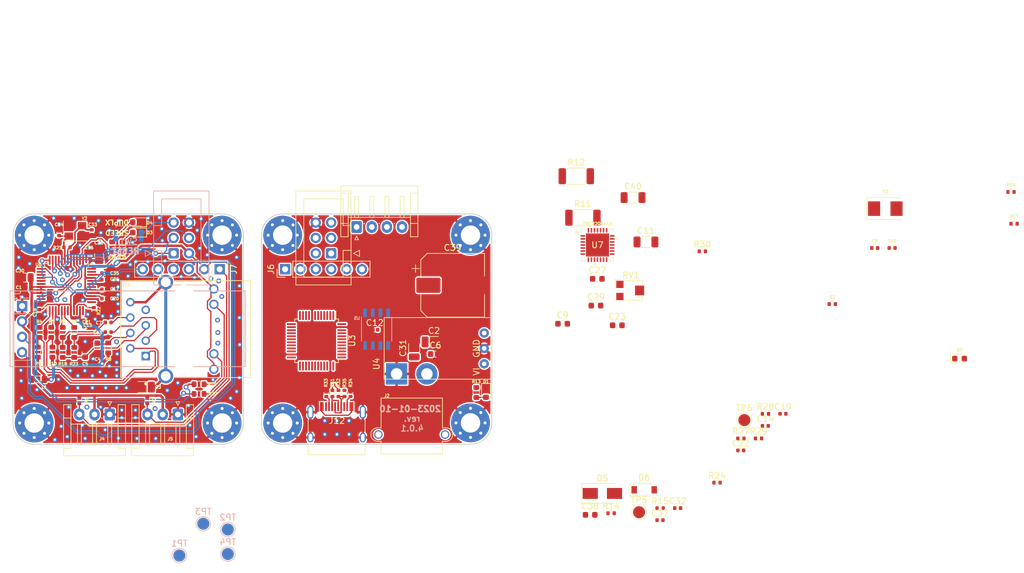
<source format=kicad_pcb>
(kicad_pcb (version 20211014) (generator pcbnew)
  (title_block (title "ethersweep2") (rev "2.0.1") (company "github.com/neumi"))
  (layers (0 "F.Cu" signal) (31 "B.Cu" signal) (34 "B.Paste" user) (35 "F.Paste" user) (36 "B.SilkS" user "B.Silkscreen") (37 "F.SilkS" user "F.Silkscreen") (38 "B.Mask" user) (39 "F.Mask" user) (44 "Edge.Cuts" user))
  (net 0 "")
  (net 1 "GND")
  (net 2 "Net-(D1-Pad2)")
  (net 3 "SCL")
  (net 4 "SDA")
  (net 5 "+3V3")
  (net 6 "MISO")
  (net 7 "SCK")
  (net 8 "rst")
  (net 9 "MOSI")
  (net 10 "ESTOP")
  (net 11 "ENDSTOP")
  (net 12 "+28V")
  (net 13 "RST_ETHERNET")
  (net 14 "Net-(R12-Pad2)")
  (net 15 "Net-(R15-Pad2)")
  (net 16 "Net-(C8-Pad1)")
  (net 17 "Net-(C10-Pad2)")
  (net 18 "ETHERNET_LED_B")
  (net 19 "ETHERNET_LED_A")
  (net 20 "Net-(R4-Pad2)")
  (net 21 "Net-(R5-Pad2)")
  (net 22 "Net-(R6-Pad2)")
  (net 23 "voltage_detect")
  (net 24 "Net-(R19-Pad2)")
  (net 25 "Net-(R20-Pad2)")
  (net 26 "Net-(C33-Pad2)")
  (net 27 "Net-(C34-Pad1)")
  (net 28 "Net-(C35-Pad1)")
  (net 29 "Net-(C36-Pad1)")
  (net 30 "GND1")
  (net 31 "Net-(R22-Pad2)")
  (net 32 "ETH_INT")
  (net 33 "TC")
  (net 34 "RC")
  (net 35 "RD-")
  (net 36 "RD+")
  (net 37 "+3.3VA")
  (net 38 "TD+")
  (net 39 "TD-")
  (net 40 "Net-(R7-Pad2)")
  (net 41 "Net-(D2-Pad2)")
  (net 42 "Net-(C9-Pad1)")
  (net 43 "Net-(C11-Pad1)")
  (net 44 "Net-(D3-Pad2)")
  (net 45 "Net-(D4-Pad2)")
  (net 46 "Net-(R25-Pad1)")
  (net 47 "Net-(R26-Pad1)")
  (net 48 "Net-(C7-Pad2)")
  (net 49 "Net-(C13-Pad2)")
  (net 50 "Net-(J11-Pad1)")
  (net 51 "Net-(J11-Pad2)")
  (net 52 "Net-(J11-Pad3)")
  (net 53 "Net-(J11-Pad4)")
  (net 65 "uC_TX")
  (net 66 "uC_RX")
  (net 68 "Net-(C9-Pad2)")
  (net 69 "Net-(R11-Pad2)")
  (net 73 "BOOT_1")
  (net 74 "BOOT_0")
  (net 87 "MOT_UART_TX")
  (net 88 "MOT_UART_RX")
  (net 90 "MOT_VREF_POT")
  (net 98 "Net-(J12-PadA4)")
  (net 99 "Net-(J12-PadA6)")
  (net 100 "Net-(J12-PadA7)")
  (net 103 "Net-(J12-PadA5)")
  (net 104 "Net-(J12-PadB5)")
  (net 105 "USB-")
  (net 106 "USB+")
  (net 107 "MOT_ENABLE")
  (net 108 "MOT_SPREAD")
  (net 109 "MOT_M0")
  (net 110 "MOT_M1")
  (net 111 "MOT_DIAG")
  (net 112 "MOT_INDEX")
  (net 113 "MOT_STEP")
  (net 114 "MOT_DIR")
  (net 115 "MOT_STANDBY")
  (net 119 "Net-(C23-Pad2)")
  (footprint "Capacitor_SMD:C_0805_2012Metric" (layer "F.Cu") (at 160.3 33.5 90)
    (fp_text reference "C26")
    (fp_text value "C10uF" hide)
  )
  (footprint "Inductor_SMD:L_0805_2012Metric" (layer "F.Cu") (at 150.2 54)
    (fp_text reference "L1")
    (fp_text value "L600OHM" hide)
  )
  (footprint "modules:HANRUN_HR911105A" (layer "F.Cu") (at 174.35 45.7 -90)
    (fp_text reference "J10")
    (fp_text value "HR911105A")
  )
  (footprint "MountingHole:MountingHole_3.2mm_M3_Pad_Via" (layer "F.Cu") (at 180.6 30.2)
    (fp_text reference "H6" hide)
    (fp_text value "MountingHole_Pad" hide)
  )
  (footprint "MountingHole:MountingHole_3.2mm_M3_Pad_Via" (layer "F.Cu") (at 149.6 30.2)
    (fp_text reference "H5" hide)
    (fp_text value "MountingHole_Pad" hide)
  )
  (footprint "MountingHole:MountingHole_3.2mm_M3_Pad_Via" (layer "F.Cu") (at 149.6 61.2)
    (fp_text reference "H8" hide)
    (fp_text value "MountingHole_Pad" hide)
  )
  (footprint "MountingHole:MountingHole_3.2mm_M3_Pad_Via" (layer "F.Cu") (at 180.6 61.2)
    (fp_text reference "H7" hide)
    (fp_text value "MountingHole_Pad" hide)
  )
  (footprint "Resistor_SMD:R_0603_1608Metric" (layer "F.Cu") (at 176.8 56.4 180)
    (fp_text reference "R19")
    (fp_text value "R330" hide)
  )
  (footprint "Crystal:Crystal_SMD_3225-4Pin_3.2x2.5mm" (layer "F.Cu") (at 156.4 29.5)
    (fp_text reference "Y2")
    (fp_text value "Crystal_25MHz" hide)
  )
  (footprint "Capacitor_SMD:C_0402_1005Metric" (layer "F.Cu") (at 161.25 37.55)
    (fp_text reference "C36")
    (fp_text value "C4.7uF" hide)
  )
  (footprint "Package_QFP:LQFP-48_7x7mm_P0.5mm" (layer "F.Cu") (at 154.9 38.5 90)
    (fp_text reference "U6")
    (fp_text value "W5500")
  )
  (footprint "Capacitor_SMD:C_0402_1005Metric" (layer "F.Cu") (at 161.25 36.47)
    (fp_text reference "C35")
    (fp_text value "C10nF" hide)
  )
  (footprint "Resistor_SMD:R_0603_1608Metric" (layer "F.Cu") (at 176.8 54.8 180)
    (fp_text reference "R20")
    (fp_text value "R330" hide)
  )
  (footprint "Capacitor_SMD:C_0402_1005Metric" (layer "F.Cu") (at 153.7 29.8 90)
    (fp_text reference "C34")
    (fp_text value "C18pF" hide)
  )
  (footprint "Capacitor_SMD:C_0402_1005Metric" (layer "F.Cu") (at 159.1 29.8 90)
    (fp_text reference "C33")
    (fp_text value "C18pF" hide)
  )
  (footprint "Capacitor_SMD:C_0805_2012Metric" (layer "F.Cu") (at 148.05 37.2 180)
    (fp_text reference "C30")
    (fp_text value "C10uF" hide)
  )
  (footprint "Resistor_SMD:R_0603_1608Metric" (layer "F.Cu") (at 156.2 49.55 90)
    (fp_text reference "R23")
    (fp_text value "R49.9" hide)
  )
  (footprint "Resistor_SMD:R_0603_1608Metric" (layer "F.Cu") (at 156.2 46.25 90)
    (fp_text reference "R7")
    (fp_text value "R33" hide)
  )
  (footprint "Resistor_SMD:R_0603_1608Metric" (layer "F.Cu") (at 154.3 46.25 90)
    (fp_text reference "R6")
    (fp_text value "R33" hide)
  )
  (footprint "Resistor_SMD:R_0603_1608Metric" (layer "F.Cu") (at 152.4 46.25 90)
    (fp_text reference "R5")
    (fp_text value "R33" hide)
  )
  (footprint "Resistor_SMD:R_0603_1608Metric" (layer "F.Cu") (at 150.5 46.25 90)
    (fp_text reference "R4")
    (fp_text value "R33" hide)
  )
  (footprint "Capacitor_SMD:C_0603_1608Metric" (layer "F.Cu") (at 158 49.55 -90)
    (fp_text reference "C5")
    (fp_text value "C10nF" hide)
  )
  (footprint "Capacitor_SMD:C_0402_1005Metric" (layer "F.Cu") (at 161.8 44.6 180)
    (fp_text reference "C7")
    (fp_text value "C6.8nF" hide)
  )
  (footprint "Capacitor_SMD:C_0402_1005Metric" (layer "F.Cu") (at 161.8 46.2 180)
    (fp_text reference "C13")
    (fp_text value "C6.8nF" hide)
  )
  (footprint "Capacitor_SMD:C_1206_3216Metric" (layer "F.Cu") (at 167.45 55.27 180)
    (fp_text reference "C3")
    (fp_text value "C1nF" hide)
  )
  (footprint "Capacitor_SMD:C_0603_1608Metric" (layer "F.Cu") (at 160 48.8 90)
    (fp_text reference "C4")
    (fp_text value "C22nF" hide)
  )
  (footprint "MountingHole:MountingHole_3.2mm_M3_Pad_Via" (layer "F.Cu") (at 190.6 30.2)
    (fp_text reference "H1" hide)
    (fp_text value "MountingHole_Pad" hide)
  )
  (footprint "MountingHole:MountingHole_3.2mm_M3_Pad_Via" (layer "F.Cu") (at 221.6 30.2)
    (fp_text reference "H2" hide)
    (fp_text value "MountingHole_Pad")
  )
  (footprint "MountingHole:MountingHole_3.2mm_M3_Pad_Via" (layer "F.Cu") (at 190.6 61.2)
    (fp_text reference "H4" hide)
    (fp_text value "MountingHole_Pad" hide)
  )
  (footprint "Connector_IDC:IDC-Header_2x03_P2.54mm_Vertical" (layer "F.Cu") (at 198.6 33.2 180)
    (fp_text reference "J1" hide)
    (fp_text value "AVR-ISP-6" hide)
  )
  (footprint "MountingHole:MountingHole_3.2mm_M3_Pad_Via" (layer "F.Cu") (at 221.6 61.175001)
    (fp_text reference "H3" hide)
    (fp_text value "MountingHole_Pad" hide)
  )
  (footprint "Resistor_SMD:R_0603_1608Metric" (layer "F.Cu") (at 161.8 48.8 90)
    (fp_text reference "R8")
    (fp_text value "R10" hide)
  )
  (footprint "Resistor_SMD:R_0402_1005Metric" (layer "F.Cu") (at 155 32.2 180)
    (fp_text reference "R21")
    (fp_text value "R1M" hide)
  )
  (footprint "Resistor_SMD:R_0402_1005Metric" (layer "F.Cu") (at 159.45 42.67 90)
    (fp_text reference "R22")
    (fp_text value "R12K4" hide)
  )
  (footprint "Resistor_SMD:R_0603_1608Metric" (layer "F.Cu") (at 150.2 49.5 90)
    (fp_text reference "R9")
    (fp_text value "R49.9" hide)
  )
  (footprint "Resistor_SMD:R_0603_1608Metric" (layer "F.Cu") (at 152.6 49.5 90)
    (fp_text reference "R10")
    (fp_text value "R49.9" hide)
  )
  (footprint "Resistor_SMD:R_0603_1608Metric" (layer "F.Cu") (at 154.3 49.55 90)
    (fp_text reference "R18")
    (fp_text value "R49.9" hide)
  )
  (footprint "Resistor_SMD:R_0603_1608Metric" (layer "F.Cu") (at 164.15 32.17 90)
    (fp_text reference "R25")
    (fp_text value "R330" hide)
  )
  (footprint "Resistor_SMD:R_0603_1608Metric" (layer "F.Cu") (at 162.45 32.145 90)
    (fp_text reference "R26")
    (fp_text value "R330" hide)
  )
  (footprint "LED_SMD:LED_0603_1608Metric" (layer "F.Cu") (at 166.65 29.77 180)
    (fp_text reference "D3")
    (fp_text value "LED" hide)
  )
  (footprint "modules:DD4012SA" (layer "F.Cu") (at 207.35 53.97 90)
    (fp_text reference "U4")
    (fp_text value "DD4012SA")
  )
  (footprint "LED_SMD:LED_0603_1608Metric" (layer "F.Cu") (at 224.15 56.17 -90)
    (fp_text reference "D1")
    (fp_text value "LED")
  )
  (footprint "Connector_AMASS:AMASS_XT30PW-M_1x02_P2.50mm_Horizontal" (layer "F.Cu") (at 209.4 53.1 180)
    (fp_text reference "J2")
    (fp_text value "Conn_01x02_Male")
  )
  (footprint "Resistor_SMD:R_0603_1608Metric" (layer "F.Cu") (at 222.55 56.17 -90)
    (fp_text reference "R13")
    (fp_text value "R330")
  )
  (footprint "Resistor_SMD:R_0402_1005Metric" (layer "F.Cu") (at 201.8 56.32 90)
    (fp_text reference "R34")
    (fp_text value "R5.1k" hide)
  )
  (footprint "Capacitor_SMD:C_0402_1005Metric" (layer "F.Cu") (at 161.25 40.67)
    (fp_text reference "C20")
    (fp_text value "C100nF" hide)
  )
  (footprint "Capacitor_SMD:C_0603_1608Metric" (layer "F.Cu") (at 236.8 44.82)
    (fp_text reference "C9")
    (fp_text value "C22nF 50V")
  )
  (footprint "Connector_PinHeader_2.54mm:PinHeader_1x06_P2.54mm_Vertical" (layer "F.Cu") (at 190.993 35.819 90)
    (fp_text reference "J6")
    (fp_text value "Conn_01x06_Female" hide)
  )
  (footprint "Connector_JST:JST_EH_S4B-EH_1x04_P2.50mm_Horizontal" (layer "F.Cu") (at 202.8 28.8525)
    (fp_text reference "J11" hide)
    (fp_text value "Conn_01x04_Male" hide)
  )
  (footprint "KiCad:TMC2209-LA" (layer "F.Cu") (at 242.55 31.82)
    (fp_text reference "U7")
    (fp_text value "TMC2209-LA")
  )
  (footprint "Resistor_SMD:R_0402_1005Metric" (layer "F.Cu") (at 270.27 59.69)
    (fp_text reference "R28")
    (fp_text value "R10k")
  )
  (footprint "Connector_USB:USB_C_Receptacle_HRO_TYPE-C-31-M-12" (layer "F.Cu") (at 199.502 62.541)
    (fp_text reference "J12")
    (fp_text value "USB_C_Receptacle_USB2.0" hide)
  )
  (footprint "Capacitor_SMD:CP_Elec_10x10" (layer "F.Cu") (at 218.65 38.47)
    (fp_text reference "C39")
    (fp_text value "C_330uF")
  )
  (footprint "Resistor_SMD:R_0402_1005Metric" (layer "F.Cu") (at 198.8 56.32 90)
    (fp_text reference "R31")
    (fp_text value "R22" hide)
  )
  (footprint "Resistor_SMD:R_2010_5025Metric" (layer "F.Cu") (at 240.15 27.32)
    (fp_text reference "R11")
    (fp_text value "R100mOHM")
  )
  (footprint "Capacitor_SMD:C_0402_1005Metric" (layer "F.Cu") (at 158.25 45.27)
    (fp_text reference "C21")
    (fp_text value "C100nF" hide)
  )
  (footprint "Capacitor_SMD:C_0402_1005Metric" (layer "F.Cu") (at 158.8 33.57 90)
    (fp_text reference "C16")
    (fp_text value "C100nF" hide)
  )
  (footprint "Connector_PinHeader_2.54mm:PinHeader_1x06_P2.54mm_Vertical" (layer "F.Cu") (at 180.198 35.819 -90)
    (fp_text reference "J7")
    (fp_text value "Conn_01x06_Male")
  )
  (footprint "Resistor_SMD:R_0402_1005Metric" (layer "F.Cu") (at 259.85 32.87)
    (fp_text reference "R30")
    (fp_text value "R1k")
  )
  (footprint "LED_SMD:LED_0603_1608Metric" (layer "F.Cu") (at 166.65 28.07 180)
    (fp_text reference "D4")
    (fp_text value "LED" hide)
  )
  (footprint "Capacitor_SMD:C_0603_1608Metric" (layer "F.Cu") (at 242.52 37.41)
    (fp_text reference "C27")
    (fp_text value "C100nF")
  )
  (footprint "Resistor_SMD:R_0402_1005Metric" (layer "F.Cu") (at 266.22 63.74)
    (fp_text reference "R27")
    (fp_text value "R10k")
  )
  (footprint "Capacitor_SMD:C_0603_1608Metric" (layer "F.Cu") (at 215.8 49.82)
    (fp_text reference "C6")
    (fp_text value "C100nF")
  )
  (footprint "Capacitor_SMD:C_0402_1005Metric" (layer "F.Cu") (at 270.25 61.67)
    (fp_text reference "C14")
    (fp_text value "C100nF")
  )
  (footprint "Resistor_SMD:R_0402_1005Metric" (layer "F.Cu") (at 281.3 41.57)
    (fp_text reference "R3")
    (fp_text value "R10k" hide)
  )
  (footprint "Connector_JST:JST_EH_S3B-EH_1x03_P2.50mm_Horizontal" (layer "F.Cu") (at 173.3 59.7875 180)
    (fp_text reference "J5")
    (fp_text value "Conn_01x03_Male" hide)
  )
  (footprint "Capacitor_SMD:C_1206_3216Metric" (layer "F.Cu") (at 248.42 24)
    (fp_text reference "C40")
    (fp_text value "C10uF")
  )
  (footprint "Connector_JST:JST_EH_S3B-EH_1x03_P2.50mm_Horizontal" (layer "F.Cu") (at 162.05 59.7875 180)
    (fp_text reference "J4")
    (fp_text value "Conn_01x03_Male" hide)
  )
  (footprint "Capacitor_SMD:C_1206_3216Metric" (layer "F.Cu") (at 212.3 48.82 90)
    (fp_text reference "C31")
    (fp_text value "C10uF")
  )
  (footprint "Capacitor_SMD:C_0402_1005Metric" (layer "F.Cu") (at 158.25 44.27)
    (fp_text reference "C15")
    (fp_text value "C100nF" hide)
  )
  (footprint "Capacitor_SMD:C_0402_1005Metric" (layer "F.Cu") (at 205.8 45.82)
    (fp_text reference "C12")
    (fp_text value "C100nF")
  )
  (footprint "Capacitor_SMD:C_0402_1005Metric" (layer "F.Cu") (at 291.17 32.32)
    (fp_text reference "C10")
    (fp_text value "C22pF" hide)
  )
  (footprint "Resistor_SMD:R_0402_1005Metric" (layer "F.Cu") (at 262.28 71.04)
    (fp_text reference "R24")
    (fp_text value "R10k")
  )
  (footprint "Resistor_SMD:R_0402_1005Metric" (layer "F.Cu") (at 200.8 56.32 90)
    (fp_text reference "R35")
    (fp_text value "R1.5k" hide)
  )
  (footprint "Resistor_SMD:R_2010_5025Metric" (layer "F.Cu") (at 239.05 20.47)
    (fp_text reference "R12")
    (fp_text value "R100mOHM")
  )
  (footprint "Capacitor_SMD:C_0402_1005Metric" (layer "F.Cu") (at 288.3 32.32)
    (fp_text reference "C8")
    (fp_text value "C22pF" hide)
  )
  (footprint "Capacitor_SMD:C_0402_1005Metric" (layer "F.Cu") (at 266.2 65.72)
    (fp_text reference "C22")
    (fp_text value "C100nF")
  )
  (footprint "Potentiometer_SMD:Potentiometer_Bourns_TC33X_Vertical" (layer "F.Cu") (at 248.05 39.32)
    (fp_text reference "RV1")
    (fp_text value "R_POT_20K")
  )
  (footprint "Package_QFP:LQFP-48_7x7mm_P0.5mm" (layer "F.Cu") (at 196.2 47.63 -90)
    (fp_text reference "U3")
    (fp_text value "STM32F103C8Tx")
  )
  (footprint "Resistor_SMD:R_0402_1005Metric" (layer "F.Cu") (at 168.25 57.47 -90)
    (fp_text reference "R2")
    (fp_text value "R10k" hide)
  )
  (footprint "TestPoint:TestPoint_Pad_D2.0mm" (layer "F.Cu") (at 249.41 75.92)
    (fp_text reference "TP5")
    (fp_text value "BOOT_1")
  )
  (footprint "Capacitor_SMD:C_0402_1005Metric" (layer "F.Cu") (at 273.16 59.68)
    (fp_text reference "C19")
    (fp_text value "C100nF")
  )
  (footprint "Diode_SMD:D_SMA" (layer "F.Cu") (at 243.36 72.82)
    (fp_text reference "D5")
    (fp_text value "D_TVS_5V")
  )
  (footprint "Capacitor_SMD:C_0402_1005Metric" (layer "F.Cu") (at 148.57 38.82 180)
    (fp_text reference "C1")
    (fp_text value "C100nF" hide)
  )
  (footprint "TestPoint:TestPoint_Pad_D2.0mm" (layer "F.Cu") (at 266.79 60.72)
    (fp_text reference "TP6")
    (fp_text value "BOOT_0")
  )
  (footprint "Resistor_SMD:R_0402_1005Metric" (layer "F.Cu") (at 310.79 23.07)
    (fp_text reference "R16")
    (fp_text value "R10k" hide)
  )
  (footprint "Capacitor_SMD:C_0402_1005Metric" (layer "F.Cu") (at 255.78 75.24)
    (fp_text reference "C32")
    (fp_text value "C100nF")
  )
  (footprint "Resistor_SMD:R_0402_1005Metric" (layer "F.Cu") (at 244.8 76.09)
    (fp_text reference "R14")
    (fp_text value "R1M")
  )
  (footprint "Capacitor_SMD:C_0603_1608Metric" (layer "F.Cu") (at 245.82 45.07)
    (fp_text reference "C23")
    (fp_text value "C100nF")
  )
  (footprint "Resistor_SMD:R_0402_1005Metric" (layer "F.Cu") (at 197.8 56.32 90)
    (fp_text reference "R33")
    (fp_text value "R5.1k" hide)
  )
  (footprint "Diode_SMD:D_SOD-123" (layer "F.Cu") (at 250.26 72.22)
    (fp_text reference "D6")
    (fp_text value "D_TVS_30V")
  )
  (footprint "Capacitor_SMD:C_0402_1005Metric" (layer "F.Cu") (at 150.45 42.97 -90)
    (fp_text reference "C18")
    (fp_text value "C100nF" hide)
  )
  (footprint "Resistor_SMD:R_0402_1005Metric" (layer "F.Cu") (at 157.05 57.47 -90)
    (fp_text reference "R1")
    (fp_text value "R10k" hide)
  )
  (footprint "Capacitor_SMD:C_0603_1608Metric" (layer "F.Cu") (at 242.3 41.82)
    (fp_text reference "C29")
    (fp_text value "C100nF")
  )
  (footprint "Capacitor_SMD:C_0603_1608Metric" (layer "F.Cu") (at 241.34 76.35)
    (fp_text reference "C38")
    (fp_text value "C100nF")
  )
  (footprint "Capacitor_SMD:C_0402_1005Metric" (layer "F.Cu") (at 252.87 77.23)
    (fp_text reference "C37")
    (fp_text value "C100nF")
  )
  (footprint "LED_SMD:LED_0603_1608Metric" (layer "F.Cu") (at 302.3 50.57)
    (fp_text reference "D2")
    (fp_text value "LED" hide)
  )
  (footprint "Capacitor_SMD:C_1206_3216Metric" (layer "F.Cu") (at 215.575 47.82)
    (fp_text reference "C2")
    (fp_text value "C4.7uF")
  )
  (footprint "Resistor_SMD:R_0402_1005Metric" (layer "F.Cu") (at 252.89 75.25)
    (fp_text reference "R15")
    (fp_text value "R1k")
  )
  (footprint "Crystal:Crystal_SMD_5032-2Pin_5.0x3.2mm" (layer "F.Cu") (at 290.05 25.82)
    (fp_text reference "Y3")
    (fp_text value "Crystal" hide)
  )
  (footprint "Capacitor_SMD:C_1206_3216Metric" (layer "F.Cu") (at 250.55 31.32)
    (fp_text reference "C11")
    (fp_text value "C2.2-4.7uF ceramic")
  )
  (footprint "Resistor_SMD:R_0402_1005Metric" (layer "F.Cu") (at 311.3 28.32)
    (fp_text reference "R17")
    (fp_text value "R1k" hide)
  )
  (footprint "Resistor_SMD:R_0402_1005Metric" (layer "F.Cu") (at 199.8 56.32 90)
    (fp_text reference "R32")
    (fp_text value "R22" hide)
  )
  (footprint "Capacitor_SMD:C_0402_1005Metric" (layer "F.Cu") (at 161.25 39.149096)
    (fp_text reference "C17")
    (fp_text value "C100nF" hide)
  )
  (footprint "Resistor_SMD:R_0402_1005Metric" (layer "F.Cu") (at 269.13 63.74)
    (fp_text reference "R29")
    (fp_text value "R10k")
  )
  (footprint "Connector_IDC:IDC-Header_2x03_P2.54mm_Vertical" (layer "B.Cu") (at 172.6 33.2)
    (fp_text reference "J8" hide)
    (fp_text value "AVR-ISP-6" hide)
  )
  (footprint "Connector_PinHeader_2.54mm:PinHeader_1x04_P2.54mm_Vertical" (layer "B.Cu") (at 147.6 41.9 180)
    (fp_text reference "J3")
    (fp_text value "Conn_01x04_Female" hide)
  )
  (footprint "Button_Switch_SMD:SW_Push_SPST_NO_Alps_SKRK" (layer "B.Cu") (at 165.15 30.25 180)
    (fp_text reference "SW1")
    (fp_text value "SW_Push" hide)
  )
  (footprint "modules:AS5600" (layer "B.Cu") (at 206.1 45.7)
    (fp_text reference "U5")
    (fp_text value "AS5600")
  )
  (footprint "TestPoint:TestPoint_Pad_D2.0mm" (layer "B.Cu") (at 177.5 77.82 180)
    (fp_text reference "TP3")
    (fp_text value "RX")
  )
  (footprint "TestPoint:TestPoint_Pad_D2.0mm" (layer "B.Cu") (at 173.55 83.07 180)
    (fp_text reference "TP1")
    (fp_text value "3.3V")
  )
  (footprint "TestPoint:TestPoint_Pad_D2.0mm" (layer "B.Cu") (at 181.55 82.82 180)
    (fp_text reference "TP4")
    (fp_text value "TX")
  )
  (footprint "TestPoint:TestPoint_Pad_D2.0mm" (layer "B.Cu") (at 181.55 78.77 180)
    (fp_text reference "TP2")
    (fp_text value "GND")
  )
  (gr_line (start 184.4 39.4) (end 145.6 39.4) (layer "B.SilkS") (width 0.15))
  (gr_line (start 145.6 39.4) (end 145.6 51.9) (layer "B.SilkS") (width 0.15))
  (gr_line (start 145.6 51.9) (end 184.4 51.9) (layer "B.SilkS") (width 0.15))
  (gr_line (start 184.4 51.9) (end 184.4 39.4) (layer "B.SilkS") (width 0.15))
  (gr_line (start 184.1 31.8) (end 184.1 30.2) (layer "Edge.Cuts") (width 0.15))
  (gr_line (start 184.1 60.7) (end 184.1 59.4) (layer "Edge.Cuts") (width 0.15))
  (gr_line (start 180.6 26.7) (end 149.6 26.7) (layer "Edge.Cuts") (width 0.15))
  (gr_arc (start 146.1 30.2) (mid 147.125126 27.725126) (end 149.6 26.7) (layer "Edge.Cuts") (width 0.15))
  (gr_arc (start 180.6 26.7) (mid 183.074874 27.725126) (end 184.1 30.2) (layer "Edge.Cuts") (width 0.15))
  (gr_arc (start 184.1 61.2) (mid 183.074874 63.674874) (end 180.6 64.7) (layer "Edge.Cuts") (width 0.15))
  (gr_line (start 146.1 30.2) (end 146.1 61.2) (layer "Edge.Cuts") (width 0.15))
  (gr_line (start 149.6 64.7) (end 180.6 64.7) (layer "Edge.Cuts") (width 0.15))
  (gr_arc (start 149.6 64.7) (mid 147.125126 63.674874) (end 146.1 61.2) (layer "Edge.Cuts") (width 0.15))
  (gr_line (start 184.1 61.2) (end 184.1 60.7) (layer "Edge.Cuts") (width 0.15))
  (gr_line (start 225.1 61.2) (end 225.1 30.2) (layer "Edge.Cuts") (width 0.15))
  (gr_line (start 190.6 64.7) (end 221.6 64.7) (layer "Edge.Cuts") (width 0.15))
  (gr_arc (start 190.6 64.7) (mid 188.125126 63.674874) (end 187.1 61.2) (layer "Edge.Cuts") (width 0.15))
  (gr_arc (start 225.1 61.2) (mid 224.074874 63.674874) (end 221.6 64.7) (layer "Edge.Cuts") (width 0.15))
  (gr_arc (start 187.1 30.2) (mid 188.125126 27.725126) (end 190.6 26.7) (layer "Edge.Cuts") (width 0.15))
  (gr_line (start 190.6 26.7) (end 221.6 26.7) (layer "Edge.Cuts") (width 0.15))
  (gr_line (start 187.1 30.2) (end 187.1 30.7) (layer "Edge.Cuts") (width 0.15))
  (gr_line (start 187.1 61.2) (end 187.1 59.4) (layer "Edge.Cuts") (width 0.15))
  (gr_line (start 187.1 31.8) (end 187.1 30.7) (layer "Edge.Cuts") (width 0.15))
  (gr_arc (start 221.6 26.7) (mid 224.074874 27.725126) (end 225.1 30.2) (layer "Edge.Cuts") (width 0.15))
  (gr_line (start 184.1 59.4) (end 184.1 31.8) (layer "Edge.Cuts") (width 0.15))
  (gr_line (start 187.1 31.8) (end 187.1 59.4) (layer "Edge.Cuts") (width 0.15))
  (gr_text "RESET" (at 167.11 32.83) (layer "B.SilkS") (effects (font (size 1 1) (thickness 0.25)) (justify left mirror)))
  (gr_text "rev.\n4.0.1\n" (at 211.95 61.27) (layer "B.SilkS") (effects (font (size 1 1) (thickness 0.2)) (justify mirror)))
  (gr_text "2023-01-10" (at 216.85 58.87) (layer "B.SilkS") (effects (font (size 1 1) (thickness 0.25)) (justify left mirror)))
  (gr_text "DUPLX" (at 163.25 28.07 180) (layer "F.SilkS") (effects (font (size 0.8 0.8) (thickness 0.2))))
  (gr_text "SPEED" (at 163.25 29.8 180) (layer "F.SilkS") (effects (font (size 0.8 0.8) (thickness 0.2))))
  (segment (start 155.3 28.65) (end 153.95 28.65) (width 0.25) (layer "F.Cu") (net 1))
  (segment (start 153.95 28.65) (end 153.7 28.4) (width 0.25) (layer "F.Cu") (net 1))
  (segment (start 157.5 30.35) (end 159.03 30.35) (width 0.25) (layer "F.Cu") (net 1))
  (segment (start 159.03 30.35) (end 159.1 30.28) (width 0.25) (layer "F.Cu") (net 1))
  (segment (start 153.7 28.4) (end 153.7 29.32) (width 0.25) (layer "F.Cu") (net 1))
  (segment (start 158 48.775) (end 158 47.75) (width 0.2) (layer "F.Cu") (net 1))
  (segment (start 153.4 44.1) (end 153.4 44.1) (width 0.2) (layer "F.Cu") (net 1))
  (segment (start 153.19999 43.24999) (end 153.19999 43.89999) (width 0.2) (layer "F.Cu") (net 1))
  (segment (start 153.15 43.2) (end 153.19999 43.24999) (width 0.2) (layer "F.Cu") (net 1))
  (segment (start 159.0625 40.75) (end 157.75 40.75) (width 0.25) (layer "F.Cu") (net 1))
  (segment (start 157.034315 40.9) (end 156.15 41.784315) (width 0.2) (layer "F.Cu") (net 1))
  (segment (start 160.3 32.55) (end 160.65 32.55) (width 0.25) (layer "F.Cu") (net 1))
  (segment (start 159.3 50.275) (end 160 49.575) (width 0.2) (layer "F.Cu") (net 1))
  (segment (start 156.15 41.784315) (end 156.15 42.6625) (width 0.2) (layer "F.Cu") (net 1))
  (segment (start 157.6 40.9) (end 157.034315 40.9) (width 0.2) (layer "F.Cu") (net 1))
  (segment (start 157.75 40.75) (end 157.6 40.9) (width 0.25) (layer "F.Cu") (net 1))
  (segment (start 160.3 31.6) (end 160.4 31.5) (width 0.25) (layer "F.Cu") (net 1))
  (segment (start 159.3 50.6) (end 159.3 50.425) (width 0.5) (layer "F.Cu") (net 1))
  (segment (start 158 48.775) (end 158.175 48.775) (width 0.2) (layer "F.Cu") (net 1))
  (segment (start 160.3 32.55) (end 160.3 31.6) (width 0.25) (layer "F.Cu") (net 1))
  (segment (start 153.15 42.6625) (end 153.15 43.2) (width 0.2) (layer "F.Cu") (net 1))
  (segment (start 159.3 50.425) (end 159.9 49.825) (width 0.5) (layer "F.Cu") (net 1))
  (segment (start 159.3 50.6) (end 159.3 50.275) (width 0.2) (layer "F.Cu") (net 1))
  (segment (start 153.19999 43.89999) (end 153.4 44.1) (width 0.2) (layer "F.Cu") (net 1))
  (via (at 153.7 28.4) (size 0.8) (drill 0.4) (layers "F.Cu" "B.Cu") (net 1))
  (via (at 158 47.75) (size 0.8) (drill 0.4) (layers "F.Cu" "B.Cu") (net 1))
  (via (at 201.55 63.07) (size 0.8) (drill 0.4) (layers "F.Cu" "B.Cu") (net 1))
  (via (at 157.15 31.85) (size 0.8) (drill 0.4) (layers "F.Cu" "B.Cu") (net 1))
  (via (at 147.05 33.85) (size 0.8) (drill 0.4) (layers "F.Cu" "B.Cu") (net 1))
  (via (at 159.2 55.4) (size 0.8) (drill 0.4) (layers "F.Cu" "B.Cu") (net 1))
  (via (at 153.4 44.1) (size 0.8) (drill 0.4) (layers "F.Cu" "B.Cu") (net 1))
  (via (at 161.3 62.32) (size 0.8) (drill 0.4) (layers "F.Cu" "B.Cu") (net 1))
  (via (at 166.35 34.57) (size 0.8) (drill 0.4) (layers "F.Cu" "B.Cu") (net 1))
  (via (at 155.56 35.819) (size 0.8) (drill 0.4) (layers "F.Cu" "B.Cu") (net 1))
  (via (at 173.3 54.57) (size 0.8) (drill 0.4) (layers "F.Cu" "B.Cu") (net 1))
  (via (at 163.6 27.8) (size 0.8) (drill 0.4) (layers "F.Cu" "B.Cu") (net 1))
  (via (at 183 56) (size 0.8) (drill 0.4) (layers "F.Cu" "B.Cu") (net 1))
  (via (at 165.085 36.962) (size 0.8) (drill 0.4) (layers "F.Cu" "B.Cu") (net 1))
  (via (at 160.45 52.77) (size 0.8) (drill 0.4) (layers "F.Cu" "B.Cu") (net 1))
  (via (at 178.75 37.4) (size 0.8) (drill 0.4) (layers "F.Cu" "B.Cu") (net 1))
  (via (at 178.15 33.45) (size 0.8) (drill 0.4) (layers "F.Cu" "B.Cu") (net 1))
  (via (at 160.894 43.566) (size 0.8) (drill 0.4) (layers "F.Cu" "B.Cu") (net 1))
  (via (at 170.75 31.1) (size 0.8) (drill 0.4) (layers "F.Cu" "B.Cu") (net 1))
  (via (at 179.85 44.22) (size 0.8) (drill 0.4) (layers "F.Cu" "B.Cu") (net 1))
  (via (at 171.15 34.45) (size 0.8) (drill 0.4) (layers "F.Cu" "B.Cu") (net 1))
  (via (at 158.45 43.27) (size 0.8) (drill 0.4) (layers "F.Cu" "B.Cu") (net 1))
  (via (at 183.45 53.72) (size 0.8) (drill 0.4) (layers "F.Cu" "B.Cu") (net 1))
  (via (at 182 57.1) (size 0.8) (drill 0.4) (layers "F.Cu" "B.Cu") (net 1))
  (via (at 179.9 48.02) (size 0.8) (drill 0.4) (layers "F.Cu" "B.Cu") (net 1))
  (via (at 166.3 59.07) (size 0.8) (drill 0.4) (layers "F.Cu" "B.Cu") (net 1))
  (via (at 159.2 53.4) (size 0.8) (drill 0.4) (layers "F.Cu" "B.Cu") (net 1))
  (via (at 156.8 53.4) (size 0.8) (drill 0.4) (layers "F.Cu" "B.Cu") (net 1))
  (via (at 173.85 37.02) (size 0.8) (drill 0.4) (layers "F.Cu" "B.Cu") (net 1))
  (via (at 199.55 60.82) (size 0.8) (drill 0.4) (layers "F.Cu" "B.Cu") (net 1))
  (via (at 176.3 63.45) (size 0.8) (drill 0.4) (layers "F.Cu" "B.Cu") (net 1))
  (via (at 161.4 53.4) (size 0.8) (drill 0.4) (layers "F.Cu" "B.Cu") (net 1))
  (via (at 160.4 31.5) (size 0.8) (drill 0.4) (layers "F.Cu" "B.Cu") (net 1))
  (via (at 163.2 53.4) (size 0.8) (drill 0.4) (layers "F.Cu" "B.Cu") (net 1))
  (via (at 147.45 54.25) (size 0.8) (drill 0.4) (layers "F.Cu" "B.Cu") (net 1))
  (via (at 183.5 48.27) (size 0.8) (drill 0.4) (layers "F.Cu" "B.Cu") (net 1))
  (via (at 197.55 63.07) (size 0.8) (drill 0.4) (layers "F.Cu" "B.Cu") (net 1))
  (via (at 162.65 39.07) (size 0.8) (drill 0.4) (layers "F.Cu" "B.Cu") (net 1))
  (via (at 152.8 32.6) (size 0.8) (drill 0.4) (layers "F.Cu" "B.Cu") (net 1))
  (via (at 157.55 61.57) (size 0.8) (drill 0.4) (layers "F.Cu" "B.Cu") (net 1))
  (via (at 163.5 63.7) (size 0.8) (drill 0.4) (layers "F.Cu" "B.Cu") (net 1))
  (via (at 165.8 31.4) (size 0.8) (drill 0.4) (layers "F.Cu" "B.Cu") (net 1))
  (via (at 159.3 50.6) (size 0.8) (drill 0.4) (layers "F.Cu" "B.Cu") (net 1))
  (via (at 170.25 27.3) (size 0.8) (drill 0.4) (layers "F.Cu" "B.Cu") (net 1))
  (via (at 175.3 61.57) (size 0.8) (drill 0.4) (layers "F.Cu" "B.Cu") (net 1))
  (via (at 166.3 60.32) (size 0.8) (drill 0.4) (layers "F.Cu" "B.Cu") (net 1))
  (via (at 155.3 58.57) (size 0.8) (drill 0.4) (layers "F.Cu" "B.Cu") (net 1))
  (via (at 151.35 43.27) (size 0.8) (drill 0.4) (layers "F.Cu" "B.Cu") (net 1))
  (via (at 155 55.4) (size 0.8) (drill 0.4) (layers "F.Cu" "B.Cu") (net 1))
  (via (at 155.55 52.57) (size 0.8) (drill 0.4) (layers "F.Cu" "B.Cu") (net 1))
  (via (at 183 33.85) (size 0.8) (drill 0.4) (layers "F.Cu" "B.Cu") (net 1))
  (via (at 165.466 35.057) (size 0.8) (drill 0.4) (layers "F.Cu" "B.Cu") (net 1))
  (via (at 159.65 44.07) (size 0.8) (drill 0.4) (layers "F.Cu" "B.Cu") (net 1))
  (via (at 163.2 47.8) (size 0.8) (drill 0.4) (layers "F.Cu" "B.Cu") (net 1))
  (via (at 176.5 29.4) (size 0.8) (drill 0.4) (layers "F.Cu" "B.Cu") (net 1))
  (via (at 163.2 55.4) (size 0.8) (drill 0.4) (layers "F.Cu" "B.Cu") (net 1))
  (via (at 183.45 43.82) (size 0.8) (drill 0.4) (layers "F.Cu" "B.Cu") (net 1))
  (via (at 153 63.95) (size 0.8) (drill 0.4) (layers "F.Cu" "B.Cu") (net 1))
  (via (at 160.55 58.57) (size 0.8) (drill 0.4) (layers "F.Cu" "B.Cu") (net 1))
  (via (at 150.05 55.7) (size 0.8) (drill 0.4) (layers "F.Cu" "B.Cu") (net 1))
  (via (at 163.434 38.74) (size 0.8) (drill 0.4) (layers "F.Cu" "B.Cu") (net 1))
  (via (at 168.4 27.4) (size 0.8) (drill 0.4) (layers "F.Cu" "B.Cu") (net 1))
  (via (at 199.55 63.07) (size 0.8) (drill 0.4) (layers "F.Cu" "B.Cu") (net 1))
  (via (at 152.8 27.4) (size 0.8) (drill 0.4) (layers "F.Cu" "B.Cu") (net 1))
  (via (at 158.3 58.57) (size 0.8) (drill 0.4) (layers "F.Cu" "B.Cu") (net 1))
  (via (at 170.65 29.15) (size 0.8) (drill 0.4) (layers "F.Cu" "B.Cu") (net 1))
  (via (at 157.95 52.57) (size 0.8) (drill 0.4) (layers "F.Cu" "B.Cu") (net 1))
  (via (at 163.2 51.2) (size 0.8) (drill 0.4) (layers "F.Cu" "B.Cu") (net 1))
  (via (at 147 35.6) (size 0.8) (drill 0.4) (layers "F.Cu" "B.Cu") (net 1))
  (via (at 162.291 43.566) (size 0.8) (drill 0.4) (layers "F.Cu" "B.Cu") (net 1))
  (via (at 147.4 52.5) (size 0.8) (drill 0.4) (layers "F.Cu" "B.Cu") (net 1))
  (via (at 177.15 27.5) (size 0.8) (drill 0.4) (layers "F.Cu" "B.Cu") (net 1))
  (via (at 176.05 37.17) (size 0.8) (drill 0.4) (layers "F.Cu" "B.Cu") (net 1))
  (via (at 154.65 40.85) (size 0.8) (drill 0.4) (layers "F.Cu" "B.Cu") (net 1))
  (via (at 163.3 49.8) (size 0.8) (drill 0.4) (layers "F.Cu" "B.Cu") (net 1))
  (via (at 148.85 34.9) (size 0.8) (drill 0.4) (layers "F.Cu" "B.Cu") (net 1))
  (via (at 164.05 59.07) (size 0.8) (drill 0.4) (layers "F.Cu" "B.Cu") (net 1))
  (via (at 201.55 60.82) (size 0.8) (drill 0.4) (layers "F.Cu" "B.Cu") (net 1))
  (via (at 162.65 40.67) (size 0.8) (drill 0.4) (layers "F.Cu" "B.Cu") (net 1))
  (via (at 169.65 63.75) (size 0.8) (drill 0.4) (layers "F.Cu" "B.Cu") (net 1))
  (via (at 180.05 37.75) (size 0.8) (drill 0.4) (layers "F.Cu" "B.Cu") (net 1))
  (via (at 164.05 60.32) (size 0.8) (drill 0.4) (layers "F.Cu" "B.Cu") (net 1))
  (via (at 153.6 54) (size 0.8) (drill 0.4) (layers "F.Cu" "B.Cu") (net 1))
  (via (at 168.35 34.57) (size 0.8) (drill 0.4) (layers "F.Cu" "B.Cu") (net 1))
  (via (at 158 63.75) (size 0.8) (drill 0.4) (layers "F.Cu" "B.Cu") (net 1))
  (via (at 171.55 55.82) (size 0.8) (drill 0.4) (layers "F.Cu" "B.Cu") (net 1))
  (via (at 162 51.8) (size 0.8) (drill 0.4) (layers "F.Cu" "B.Cu") (net 1))
  (via (at 158.8 32.2) (size 0.8) (drill 0.4) (layers "F.Cu" "B.Cu") (net 1))
  (via (at 163.434 40.01) (size 0.8) (drill 0.4) (layers "F.Cu" "B.Cu") (net 1))
  (via (at 163.2 52.4) (size 0.8) (drill 0.4) (layers "F.Cu" "B.Cu") (net 1))
  (via (at 160.6 29.8) (size 0.8) (drill 0.4) (layers "F.Cu" "B.Cu") (net 1))
  (via (at 163.434 37.597) (size 0.8) (drill 0.4) (layers "F.Cu" "B.Cu") (net 1))
  (via (at 147.6 40.4) (size 0.8) (drill 0.4) (layers "F.Cu" "B.Cu") (net 1))
  (via (at 156.8 55.4) (size 0.8) (drill 0.4) (layers "F.Cu" "B.Cu") (net 1))
  (via (at 163.434 41.534) (size 0.8) (drill 0.4) (layers "F.Cu" "B.Cu") (net 1))
  (via (at 164.8 55.4) (size 0.8) (drill 0.4) (layers "F.Cu" "B.Cu") (net 1))
  (via (at 161.4 55.4) (size 0.8) (drill 0.4) (layers "F.Cu" "B.Cu") (net 1))
  (via (at 157.6 40.9) (size 0.8) (drill 0.4) (layers "F.Cu" "B.Cu") (net 1))
  (via (at 180.55 40.32) (size 0.8) (drill 0.4) (layers "F.Cu" "B.Cu") (net 1))
  (via (at 163.434 42.804) (size 0.8) (drill 0.4) (layers "F.Cu" "B.Cu") (net 1))
  (via (at 157.05 38.47) (size 0.8) (drill 0.4) (layers "F.Cu" "B.Cu") (net 1))
  (via (at 156.2 27.4) (size 0.8) (drill 0.4) (layers "F.Cu" "B.Cu") (net 1))
  (via (at 160.2 27.8) (size 0.8) (drill 0.4) (layers "F.Cu" "B.Cu") (net 1))
  (via (at 166.55 63.75) (size 0.8) (drill 0.4) (layers "F.Cu" "B.Cu") (net 1))
  (via (at 179.9 46.27) (size 0.8) (drill 0.4) (layers "F.Cu" "B.Cu") (net 1))
  (via (at 154.05 61.75) (size 0.8) (drill 0.4) (layers "F.Cu" "B.Cu") (net 1))
  (via (at 155.05 63.45) (size 0.8) (drill 0.4) (layers "F.Cu" "B.Cu") (net 1))
  (via (at 147.55 57.1) (size 0.8) (drill 0.4) (layers "F.Cu" "B.Cu") (net 1))
  (via (at 154.25 37.57) (size 0.8) (drill 0.4) (layers "F.Cu" "B.Cu") (net 1))
  (via (at 175.05 58.32) (size 0.8) (drill 0.4) (layers "F.Cu" "B.Cu") (net 1))
  (via (at 162 29.4) (size 0.8) (drill 0.4) (layers "F.Cu" "B.Cu") (net 1))
  (via (at 197.55 60.82) (size 0.8) (drill 0.4) (layers "F.Cu" "B.Cu") (net 1))
  (via (at 179.1 54.05) (size 0.8) (drill 0.4) (layers "F.Cu" "B.Cu") (net 1))
  (via (at 162.672 37.597) (size 0.8) (drill 0.4) (layers "F.Cu" "B.Cu") (net 1))
  (via (at 183.45 38.57) (size 0.8) (drill 0.4) (layers "F.Cu" "B.Cu") (net 1))
  (via (at 169.55 58.82) (size 0.8) (drill 0.4) (layers "F.Cu" "B.Cu") (net 1))
  (via (at 176.9 32.35) (size 0.8) (drill 0.4) (layers "F.Cu" "B.Cu") (net 1))
  (segment (start 179.024999 31.775001) (end 180.6 30.2) (width 0.25) (layer "B.Cu") (net 1))
  (segment (start 222.5875 56.9575) (end 222.55 56.995) (width 0.2) (layer "F.Cu") (net 2))
  (segment (start 224.15 56.9575) (end 222.5875 56.9575) (width 0.2) (layer "F.Cu") (net 2))
  (segment (start 196.08 35.8) (end 195.3 35.8) (width 0.2) (layer "F.Cu") (net 3))
  (segment (start 172.87048 62.50048) (end 172.87 62.5) (width 0.2) (layer "B.Cu") (net 3))
  (segment (start 161.65 63.17048) (end 160.75 63.17048) (width 0.2) (layer "B.Cu") (net 3))
  (segment (start 148.95 48.33) (end 147.6 46.98) (width 0.2) (layer "B.Cu") (net 3))
  (segment (start 151.065698 56.8) (end 149.765698 56.8) (width 0.2) (layer "B.Cu") (net 3))
  (segment (start 148.95 55.984302) (end 148.95 48.33) (width 0.2) (layer "B.Cu") (net 3))
  (segment (start 162.32048 62.5) (end 161.65 63.17048) (width 0.2) (layer "B.Cu") (net 3))
  (segment (start 179.634314 57.299989) (end 178.070011 57.299989) (width 0.2) (layer "B.Cu") (net 3))
  (segment (start 156.765698 62.5) (end 151.065698 56.8) (width 0.2) (layer "B.Cu") (net 3))
  (segment (start 181.499999 34.649999) (end 182.279991 35.429991) (width 0.2) (layer "B.Cu") (net 3))
  (segment (start 160.07952 62.5) (end 156.765698 62.5) (width 0.2) (layer "B.Cu") (net 3))
  (segment (start 182.279991 54.654312) (end 179.634314 57.299989) (width 0.2) (layer "B.Cu") (net 3))
  (segment (start 175.12 35.8) (end 176.270001 34.649999) (width 0.2) (layer "B.Cu") (net 3))
  (segment (start 176.3 59.07) (end 176.3 61.82) (width 0.2) (layer "B.Cu") (net 3))
  (segment (start 182.279991 35.429991) (end 182.279991 54.654312) (width 0.2) (layer "B.Cu") (net 3))
  (segment (start 176.270001 34.649999) (end 181.499999 34.649999) (width 0.2) (layer "B.Cu") (net 3))
  (segment (start 176.3 61.82) (end 175.61952 62.50048) (width 0.2) (layer "B.Cu") (net 3))
  (segment (start 172.87 62.5) (end 162.32048 62.5) (width 0.2) (layer "B.Cu") (net 3))
  (segment (start 178.070011 57.299989) (end 176.3 59.07) (width 0.2) (layer "B.Cu") (net 3))
  (segment (start 175.61952 62.50048) (end 172.87048 62.50048) (width 0.2) (layer "B.Cu") (net 3))
  (segment (start 149.765698 56.8) (end 148.95 55.984302) (width 0.2) (layer "B.Cu") (net 3))
  (segment (start 160.75 63.17048) (end 160.07952 62.5) (width 0.2) (layer "B.Cu") (net 3))
  (segment (start 199.1 37.2) (end 199.1 37.2) (width 0.2) (layer "B.Cu") (net 4))
  (segment (start 176.8 61.960741) (end 176.8 59.32) (width 0.2) (layer "B.Cu") (net 4))
  (segment (start 178.420001 57.699999) (end 179.800002 57.699999) (width 0.2) (layer "B.Cu") (net 4))
  (segment (start 175.704303 34.649999) (end 173.730001 34.649999) (width 0.2) (layer "B.Cu") (net 4))
  (segment (start 173.730001 34.649999) (end 172.58 35.8) (width 0.2) (layer "B.Cu") (net 4))
  (segment (start 157.899992 62.900008) (end 157.9 62.9) (width 0.2) (layer "B.Cu") (net 4))
  (segment (start 148.54999 56.14999) (end 149.607849 57.207849) (width 0.2) (layer "B.Cu") (net 4))
  (segment (start 175.860741 62.9) (end 176.8 61.960741) (width 0.2) (layer "B.Cu") (net 4))
  (segment (start 159.88 62.9) (end 160.55 63.57) (width 0.2) (layer "B.Cu") (net 4))
  (segment (start 182.680001 54.82) (end 182.680001 35.264302) (width 0.2) (layer "B.Cu") (net 4))
  (segment (start 149.607849 57.207849) (end 150.907849 57.207849) (width 0.2) (layer "B.Cu") (net 4))
  (segment (start 179.800002 57.699999) (end 182.680001 54.82) (width 0.2) (layer "B.Cu") (net 4))
  (segment (start 157.9 62.9) (end 159.88 62.9) (width 0.2) (layer "B.Cu") (net 4))
  (segment (start 148.54999 50.46999) (end 148.54999 56.14999) (width 0.2) (layer "B.Cu") (net 4))
  (segment (start 182.680001 35.264302) (end 181.665688 34.249989) (width 0.2) (layer "B.Cu") (net 4))
  (segment (start 161.95 63.57) (end 162.62 62.9) (width 0.2) (layer "B.Cu") (net 4))
  (segment (start 160.55 63.57) (end 161.95 63.57) (width 0.2) (layer "B.Cu") (net 4))
  (segment (start 156.600008 62.900008) (end 157.899992 62.900008) (width 0.2) (layer "B.Cu") (net 4))
  (segment (start 181.665688 34.249989) (end 176.104312 34.249989) (width 0.2) (layer "B.Cu") (net 4))
  (segment (start 147.6 49.52) (end 148.54999 50.46999) (width 0.2) (layer "B.Cu") (net 4))
  (segment (start 176.104312 34.249989) (end 175.704303 34.649999) (width 0.2) (layer "B.Cu") (net 4))
  (segment (start 176.8 59.32) (end 178.420001 57.699999) (width 0.2) (layer "B.Cu") (net 4))
  (segment (start 150.907849 57.207849) (end 156.600008 62.900008) (width 0.2) (layer "B.Cu") (net 4))
  (segment (start 162.62 62.9) (end 175.860741 62.9) (width 0.2) (layer "B.Cu") (net 4))
  (segment (start 196.06 33.2) (end 196.06 33.36712) (width 0.4) (layer "F.Cu") (net 5))
  (segment (start 170.8 57.42) (end 170.8 59.7875) (width 0.4) (layer "F.Cu") (net 5))
  (segment (start 149.1375 54) (end 148.850001 53.712501) (width 0.4) (layer "F.Cu") (net 5))
  (segment (start 173.88999 31.94999) (end 175.14 33.2) (width 0.4) (layer "F.Cu") (net 5))
  (segment (start 147.6 45.129998) (end 147.6 44.44) (width 0.4) (layer "F.Cu") (net 5))
  (segment (start 167.30003 31.94999) (end 168.45001 31.94999) (width 0.4) (layer "F.Cu") (net 5))
  (segment (start 150.25 39.75) (end 150.225 39.725) (width 0.25) (layer "F.Cu") (net 5))
  (segment (start 150.7375 38.75) (end 149.23 38.75) (width 0.25) (layer "F.Cu") (net 5))
  (segment (start 150.7375 39.25) (end 149.31 39.25) (width 0.25) (layer "F.Cu") (net 5))
  (segment (start 154.2 38.75) (end 150.7375 38.75) (width 0.25) (layer "F.Cu") (net 5))
  (segment (start 150.7375 38.75) (end 150.7375 39.1375) (width 0.25) (layer "F.Cu") (net 5))
  (segment (start 148.850001 46.379999) (end 147.6 45.129998) (width 0.4) (layer "F.Cu") (net 5))
  (segment (start 149.25 39.75) (end 149.18 39.82) (width 0.25) (layer "F.Cu") (net 5))
  (segment (start 149.31 39.25) (end 149.18 39.38) (width 0.25) (layer "F.Cu") (net 5))
  (segment (start 178.184999 50.296201) (end 179.25 51.361202) (width 0.2) (layer "F.Cu") (net 5))
  (segment (start 149.18 39.38) (end 149.18 38.7) (width 0.4) (layer "F.Cu") (net 5))
  (segment (start 147.6 44.44) (end 149.150001 42.889999) (width 0.4) (layer "F.Cu") (net 5))
  (segment (start 178.768798 39.556202) (end 178.768798 40.52) (width 0.2) (layer "F.Cu") (net 5))
  (segment (start 169.6 31.89998) (end 169.54999 31.94999) (width 0.2) (layer "F.Cu") (net 5))
  (segment (start 150.7375 39.1375) (end 150.7375 39.25) (width 0.25) (layer "F.Cu") (net 5))
  (segment (start 150.7375 39.75) (end 150.7375 38.75) (width 0.25) (layer "F.Cu") (net 5))
  (segment (start 149.18 39.82) (end 149.18 39.38) (width 0.4) (layer "F.Cu") (net 5))
  (segment (start 178.184999 42.277401) (end 178.738799 42.831201) (width 0.2) (layer "F.Cu") (net 5))
  (segment (start 156.575481 36.374519) (end 156.3 36.65) (width 0.25) (layer "F.Cu") (net 5))
  (segment (start 169.65 56.67) (end 170.45 56.67) (width 0.4) (layer "F.Cu") (net 5))
  (segment (start 148.85 37.2) (end 149.18 37.53) (width 0.4) (layer "F.Cu") (net 5))
  (segment (start 164.30001 34.45001) (end 164.49999 34.45001) (width 0.4) (layer "F.Cu") (net 5))
  (segment (start 179.25 51.361202) (end 179.25 52.325) (width 0.2) (layer "F.Cu") (net 5))
  (segment (start 178.738799 48.781201) (end 178.184999 49.335001) (width 0.2) (layer "F.Cu") (net 5))
  (segment (start 178.184999 41.103799) (end 178.184999 42.277401) (width 0.2) (layer "F.Cu") (net 5))
  (segment (start 169.54999 31.94999) (end 173.88999 31.94999) (width 0.4) (layer "F.Cu") (net 5))
  (segment (start 176.484999 34.544999) (end 176.484999 36.309999) (width 0.25) (layer "F.Cu") (net 5))
  (segment (start 147.6 44.44) (end 149.18 42.86) (width 0.4) (layer "F.Cu") (net 5))
  (segment (start 149.18 42.86) (end 149.18 39.82) (width 0.4) (layer "F.Cu") (net 5))
  (segment (start 149.18 37.53) (end 149.18 38.7) (width 0.4) (layer "F.Cu") (net 5))
  (segment (start 150.7375 39.25) (end 150.7375 39.75) (width 0.25) (layer "F.Cu") (net 5))
  (segment (start 156.575481 35.631188) (end 156.575481 36.374519) (width 0.25) (layer "F.Cu") (net 5))
  (segment (start 150.7375 39.75) (end 149.25 39.75) (width 0.25) (layer "F.Cu") (net 5))
  (segment (start 164.49999 34.45001) (end 164.80001 34.45001) (width 0.4) (layer "F.Cu") (net 5))
  (segment (start 176.484999 36.309999) (end 179.25 39.075) (width 0.25) (layer "F.Cu") (net 5))
  (segment (start 163.54999 34.45001) (end 164.30001 34.45001) (width 0.4) (layer "F.Cu") (net 5))
  (segment (start 178.768798 40.52) (end 178.184999 41.103799) (width 0.2) (layer "F.Cu") (net 5))
  (segment (start 156.15 35.205707) (end 156.575481 35.631188) (width 0.25) (layer "F.Cu") (net 5))
  (segment (start 164.275 34.425) (end 164.30001 34.45001) (width 0.2) (layer "F.Cu") (net 5))
  (segment (start 179.25 39.075) (end 178.768798 39.556202) (width 0.2) (layer "F.Cu") (net 5))
  (segment (start 159.45 56.67) (end 159.55 56.77) (width 0.4) (layer "F.Cu") (net 5))
  (segment (start 156.3 36.65) (end 154.2 38.75) (width 0.25) (layer "F.Cu") (net 5))
  (segment (start 159.55 58.26) (end 159.55 59.7875) (width 0.2) (layer "F.Cu") (net 5))
  (segment (start 150.7375 39.75) (end 150.7375 38.80001) (width 0.25) (layer "F.Cu") (net 5))
  (segment (start 149.23 38.75) (end 149.18 38.7) (width 0.25) (layer "F.Cu") (net 5))
  (segment (start 178.738799 42.831201) (end 178.738799 48.781201) (width 0.2) (layer "F.Cu") (net 5))
  (segment (start 150.7375 39.75) (end 150.25 39.75) (width 0.25) (layer "F.Cu") (net 5))
  (segment (start 148.95 37.2) (end 148.95 39.4) (width 0.4) (layer "F.Cu") (net 5))
  (segment (start 164.425 34.37502) (end 164.49999 34.45001) (width 0.2) (layer "F.Cu") (net 5))
  (segment (start 170.8 57.02) (end 170.45 56.67) (width 0.4) (layer "F.Cu") (net 5))
  (segment (start 168.45001 31.94999) (end 169.54999 31.94999) (width 0.4) (layer "F.Cu") (net 5))
  (segment (start 170.8 59.7875) (end 170.8 57.02) (width 0.4) (layer "F.Cu") (net 5))
  (segment (start 149.1375 54) (end 149.59932 54) (width 0.4) (layer "F.Cu") (net 5))
  (segment (start 178.184999 49.335001) (end 178.184999 50.296201) (width 0.2) (layer "F.Cu") (net 5))
  (segment (start 164.80001 34.45001) (end 167.30003 31.94999) (width 0.4) (layer "F.Cu") (net 5))
  (segment (start 149.59932 54) (end 152.26932 56.67) (width 0.4) (layer "F.Cu") (net 5))
  (segment (start 152.26932 56.67) (end 159.45 56.67) (width 0.4) (layer "F.Cu") (net 5))
  (segment (start 163.1 34.9) (end 163.54999 34.45001) (width 0.4) (layer "F.Cu") (net 5))
  (segment (start 175.14 33.2) (end 176.484999 34.544999) (width 0.25) (layer "F.Cu") (net 5))
  (segment (start 169.65 56.67) (end 170.05 56.67) (width 0.4) (layer "F.Cu") (net 5))
  (segment (start 148.850001 53.712501) (end 148.850001 46.379999) (width 0.4) (layer "F.Cu") (net 5))
  (segment (start 159.55 56.77) (end 159.55 59.7875) (width 0.4) (layer "F.Cu") (net 5))
  (segment (start 159.45 56.67) (end 169.65 56.67) (width 0.4) (layer "F.Cu") (net 5))
  (segment (start 156.15 34.3375) (end 156.15 35.205707) (width 0.25) (layer "F.Cu") (net 5))
  (via (at 156.3 36.65) (size 0.8) (drill 0.4) (layers "F.Cu" "B.Cu") (net 5))
  (via (at 163.35 34.65) (size 0.8) (drill 0.4) (layers "F.Cu" "B.Cu") (net 5))
  (via (at 163.1 34.9) (size 0.8) (drill 0.4) (layers "F.Cu" "B.Cu") (net 5))
  (segment (start 163.1 34.9) (end 163.35 34.65) (width 0.25) (layer "B.Cu") (net 5))
  (segment (start 163.35 34.65) (end 163.35 34.65) (width 0.25) (layer "B.Cu") (net 5))
  (segment (start 157.650001 35.299999) (end 156.3 36.65) (width 0.4) (layer "B.Cu") (net 5))
  (segment (start 162.924991 35.075009) (end 163.1 34.9) (width 0.25) (layer "B.Cu") (net 5))
  (segment (start 162.700001 35.299999) (end 157.650001 35.299999) (width 0.4) (layer "B.Cu") (net 5))
  (segment (start 163.1 34.9) (end 162.700001 35.299999) (width 0.4) (layer "B.Cu") (net 5))
  (segment (start 169.65 33.2) (end 169.65 33.2) (width 0.2) (layer "F.Cu") (net 6))
  (segment (start 153.15 35.263998) (end 153.9 36.013998) (width 0.2) (layer "F.Cu") (net 6))
  (segment (start 172.6 33.2) (end 170.5 33.2) (width 0.2) (layer "F.Cu") (net 6))
  (segment (start 153.9 36.013998) (end 153.9 36.52) (width 0.2) (layer "F.Cu") (net 6))
  (segment (start 153.15 34.3375) (end 153.15 35.263998) (width 0.2) (layer "F.Cu") (net 6))
  (segment (start 170.5 33.2) (end 169.65 33.2) (width 0.2) (layer "F.Cu") (net 6))
  (via (at 169.65 33.2) (size 0.8) (drill 0.4) (layers "F.Cu" "B.Cu") (net 6))
  (via (at 153.9 36.52) (size 0.8) (drill 0.4) (layers "F.Cu" "B.Cu") (net 6))
  (segment (start 159.999979 33.849979) (end 160.91572 33.849979) (width 0.2) (layer "B.Cu") (net 6))
  (segment (start 155.64832 33.849979) (end 159.999979 33.849979) (width 0.2) (layer "B.Cu") (net 6))
  (segment (start 153.9 36.52) (end 153.9 35.598299) (width 0.2) (layer "B.Cu") (net 6))
  (segment (start 161.98669 32.779009) (end 169.229009 32.779009) (width 0.2) (layer "B.Cu") (net 6))
  (segment (start 169.229009 32.779009) (end 169.65 33.2) (width 0.2) (layer "B.Cu") (net 6))
  (segment (start 153.9 35.598299) (end 155.64832 33.849979) (width 0.2) (layer "B.Cu") (net 6))
  (segment (start 160.91572 33.849979) (end 161.98669 32.779009) (width 0.2) (layer "B.Cu") (net 6))
  (segment (start 172.6 30.736002) (end 172.6 30.66) (width 0.2) (layer "F.Cu") (net 7))
  (segment (start 172.439999 30.499999) (end 172.6 30.66) (width 0.2) (layer "F.Cu") (net 7))
  (segment (start 155.1 36.75) (end 155.1 36.75) (width 0.2) (layer "F.Cu") (net 7))
  (segment (start 153.65 35.198299) (end 155.1 36.648299) (width 0.2) (layer "F.Cu") (net 7))
  (segment (start 155.1 36.648299) (end 155.1 36.75) (width 0.2) (layer "F.Cu") (net 7))
  (segment (start 153.65 34.3375) (end 153.65 35.198299) (width 0.2) (layer "F.Cu") (net 7))
  (via (at 155.1 36.75) (size 0.8) (drill 0.4) (layers "F.Cu" "B.Cu") (net 7))
  (segment (start 198.603533 30.66) (end 198.6 30.66) (width 0.2) (layer "B.Cu") (net 7))
  (segment (start 154.649999 36.299999) (end 154.649999 35.413999) (width 0.2) (layer "B.Cu") (net 7))
  (segment (start 171.44999 31.81001) (end 172.6 30.66) (width 0.2) (layer "B.Cu") (net 7))
  (segment (start 170.249999 33.900001) (end 171.44999 32.70001) (width 0.2) (layer "B.Cu") (net 7))
  (segment (start 168.593017 33.179019) (end 169.313999 33.900001) (width 0.2) (layer "B.Cu") (net 7))
  (segment (start 161.081409 34.249989) (end 162.152379 33.179019) (width 0.2) (layer "B.Cu") (net 7))
  (segment (start 162.152379 33.179019) (end 168.593017 33.179019) (width 0.2) (layer "B.Cu") (net 7))
  (segment (start 155.814009 34.249989) (end 161.081409 34.249989) (width 0.2) (layer "B.Cu") (net 7))
  (segment (start 154.649999 35.413999) (end 155.814009 34.249989) (width 0.2) (layer "B.Cu") (net 7))
  (segment (start 169.313999 33.900001) (end 170.249999 33.900001) (width 0.2) (layer "B.Cu") (net 7))
  (segment (start 155.1 36.75) (end 154.649999 36.299999) (width 0.2) (layer "B.Cu") (net 7))
  (segment (start 171.44999 32.70001) (end 171.44999 31.81001) (width 0.2) (layer "B.Cu") (net 7))
  (segment (start 169.68 28.12) (end 169.38 28.12) (width 0.2) (layer "B.Cu") (net 8))
  (segment (start 172.6 28.12) (end 169.68 28.12) (width 0.2) (layer "B.Cu") (net 8))
  (segment (start 169.38 28.12) (end 167.25 30.25) (width 0.2) (layer "B.Cu") (net 8))
  (segment (start 174.574301 30.66) (end 175.14 30.66) (width 0.2) (layer "F.Cu") (net 9))
  (segment (start 152.95 36.1) (end 152.95 36.1) (width 0.25) (layer "F.Cu") (net 9))
  (segment (start 152.65 35.8) (end 152.95 36.1) (width 0.2) (layer "F.Cu") (net 9))
  (segment (start 152.65 34.3375) (end 152.65 35.8) (width 0.2) (layer "F.Cu") (net 9))
  (via (at 152.95 36.1) (size 0.8) (drill 0.4) (layers "F.Cu" "B.Cu") (net 9))
  (segment (start 173.989999 29.509999) (end 171.326003 29.509999) (width 0.2) (layer "B.Cu") (net 9))
  (segment (start 161.821001 32.378999) (end 160.750031 33.449969) (width 0.2) (layer "B.Cu") (net 9))
  (segment (start 171.326003 29.509999) (end 168.457003 32.378999) (width 0.2) (layer "B.Cu") (net 9))
  (segment (start 175.14 30.66) (end 173.989999 29.509999) (width 0.2) (layer "B.Cu") (net 9))
  (segment (start 155.034346 33.449969) (end 152.95 35.534315) (width 0.2) (layer "B.Cu") (net 9))
  (segment (start 160.750031 33.449969) (end 155.034346 33.449969) (width 0.2) (layer "B.Cu") (net 9))
  (segment (start 168.457003 32.378999) (end 161.821001 32.378999) (width 0.2) (layer "B.Cu") (net 9))
  (segment (start 152.95 35.534315) (end 152.95 36.1) (width 0.2) (layer "B.Cu") (net 9))
  (segment (start 191 35.8) (end 190.675 35.8) (width 0.2) (layer "F.Cu") (net 10))
  (segment (start 191 35.7) (end 190.775 35.7) (width 0.2) (layer "F.Cu") (net 10))
  (segment (start 168.25 57.98) (end 168.25 59.7375) (width 0.2) (layer "F.Cu") (net 10))
  (segment (start 180.79001 36.39001) (end 180.2 35.8) (width 0.25) (layer "F.Cu") (net 10))
  (segment (start 169.57452 61.06202) (end 168.3 59.7875) (width 0.2) (layer "F.Cu") (net 10))
  (segment (start 181.35 53.927834) (end 174.215814 61.06202) (width 0.2) (layer "F.Cu") (net 10))
  (segment (start 168.25 59.7375) (end 168.3 59.7875) (width 0.2) (layer "F.Cu") (net 10))
  (segment (start 180.2 35.8) (end 181.34999 36.94999) (width 0.2) (layer "F.Cu") (net 10))
  (segment (start 174.215814 61.06202) (end 169.57452 61.06202) (width 0.2) (layer "F.Cu") (net 10))
  (segment (start 181.35 53.92) (end 181.35 53.927834) (width 0.2) (layer "F.Cu") (net 10))
  (segment (start 180.949991 36.549991) (end 180.2 35.8) (width 0.2) (layer "F.Cu") (net 10))
  (segment (start 181.34999 36.94999) (end 181.34999 53.91999) (width 0.2) (layer "F.Cu") (net 10))
  (segment (start 181.34999 53.91999) (end 181.35 53.92) (width 0.2) (layer "F.Cu") (net 10))
  (segment (start 190.509991 36.290009) (end 191 35.8) (width 0.2) (layer "B.Cu") (net 10))
  (segment (start 190.98 35.72) (end 191 35.7) (width 0.2) (layer "B.Cu") (net 10))
  (segment (start 178.810001 34.649999) (end 177.66 35.8) (width 0.2) (layer "F.Cu") (net 11))
  (segment (start 174.381992 61.46154) (end 181.75 54.093532) (width 0.2) (layer "F.Cu") (net 11))
  (segment (start 181.75 35.109998) (end 181.290001 34.649999) (width 0.2) (layer "F.Cu") (net 11))
  (segment (start 181.75 54.093532) (end 181.75 35.109998) (width 0.2) (layer "F.Cu") (net 11))
  (segment (start 157.05 59.7875) (end 158.72404 61.46154) (width 0.2) (layer "F.Cu") (net 11))
  (segment (start 158.72404 61.46154) (end 174.381992 61.46154) (width 0.2) (layer "F.Cu") (net 11))
  (segment (start 181.290001 34.649999) (end 178.810001 34.649999) (width 0.2) (layer "F.Cu") (net 11))
  (segment (start 157.05 57.98) (end 157.05 59.7875) (width 0.2) (layer "F.Cu") (net 11))
  (segment (start 152.6 37.95) (end 152.6 37.95) (width 0.25) (layer "F.Cu") (net 13))
  (segment (start 201.16 35.8) (end 201.300001 35.940001) (width 0.2) (layer "F.Cu") (net 13))
  (segment (start 201.300001 35.840001) (end 201.16 35.7) (width 0.2) (layer "F.Cu") (net 13))
  (segment (start 152.6 36.844654) (end 151.505346 35.75) (width 0.2) (layer "F.Cu") (net 13))
  (segment (start 152.6 37.95) (end 152.6 36.844654) (width 0.2) (layer "F.Cu") (net 13))
  (segment (start 151.505346 35.75) (end 150.7375 35.75) (width 0.2) (layer "F.Cu") (net 13))
  (via (at 152.6 37.95) (size 0.8) (drill 0.4) (layers "F.Cu" "B.Cu") (net 13))
  (segment (start 163.472487 36.726519) (end 163.980486 36.21852) (width 0.2) (layer "B.Cu") (net 13))
  (segment (start 152.6 37.95) (end 153.450011 38.800011) (width 0.2) (layer "B.Cu") (net 13))
  (segment (start 163.980486 36.21852) (end 166.24652 36.21852) (width 0.2) (layer "B.Cu") (net 13))
  (segment (start 166.24652 36.21852) (end 166.996511 36.968511) (width 0.2) (layer "B.Cu") (net 13))
  (segment (start 170.04 35.1917) (end 170.04 35.8) (width 0.2) (layer "B.Cu") (net 13))
  (segment (start 166.996511 36.968511) (end 168.888489 36.968511) (width 0.2) (layer "B.Cu") (net 13))
  (segment (start 153.450011 38.800011) (end 154.980011 38.800011) (width 0.2) (layer "B.Cu") (net 13))
  (segment (start 158.066006 39.72) (end 161.059486 36.72652) (width 0.2) (layer "B.Cu") (net 13))
  (segment (start 154.980011 38.800011) (end 155.9 39.72) (width 0.2) (layer "B.Cu") (net 13))
  (segment (start 161.059486 36.72652) (end 163.472487 36.726519) (width 0.2) (layer "B.Cu") (net 13))
  (segment (start 155.9 39.72) (end 158.066006 39.72) (width 0.2) (layer "B.Cu") (net 13))
  (segment (start 168.888489 36.968511) (end 170.038 35.819) (width 0.2) (layer "B.Cu") (net 13))
  (segment (start 180.54997 51.08497) (end 180.54997 53.596468) (width 0.2) (layer "F.Cu") (net 18))
  (segment (start 179.346438 54.8) (end 177.625 54.8) (width 0.2) (layer "F.Cu") (net 18))
  (segment (start 179.25 49.785) (end 180.54997 51.08497) (width 0.2) (layer "F.Cu") (net 18))
  (segment (start 180.54997 53.596468) (end 179.346438 54.8) (width 0.2) (layer "F.Cu") (net 18))
  (segment (start 180.94998 43.31498) (end 180.94998 53.762156) (width 0.2) (layer "F.Cu") (net 19))
  (segment (start 178.312136 56.4) (end 177.625 56.4) (width 0.2) (layer "F.Cu") (net 19))
  (segment (start 180.94998 53.762156) (end 178.312136 56.4) (width 0.2) (layer "F.Cu") (net 19))
  (segment (start 179.25 41.615) (end 180.94998 43.31498) (width 0.2) (layer "F.Cu") (net 19))
  (segment (start 152.15 42.6625) (end 152.15 43.6875) (width 0.2) (layer "F.Cu") (net 20))
  (segment (start 152.15 43.6875) (end 150.5 45.3375) (width 0.2) (layer "F.Cu") (net 20))
  (segment (start 152.65 45.0875) (end 152.65 42.6625) (width 0.2) (layer "F.Cu") (net 21))
  (segment (start 152.4 45.3375) (end 152.65 45.0875) (width 0.2) (layer "F.Cu") (net 21))
  (segment (start 154.3 45.3375) (end 154.15 45.1875) (width 0.2) (layer "F.Cu") (net 22))
  (segment (start 154.15 45.1875) (end 154.15 42.6625) (width 0.2) (layer "F.Cu") (net 22))
  (segment (start 157.400011 37.15169) (end 156.80169 37.750011) (width 0.2) (layer "F.Cu") (net 24))
  (segment (start 175.975 56.4) (end 175.975 56.575) (width 0.25) (layer "F.Cu") (net 24))
  (segment (start 153.35 40.766752) (end 153.35 40.87) (width 0.2) (layer "F.Cu") (net 24))
  (segment (start 157.65 34.3375) (end 157.65 35.105346) (width 0.2) (layer "F.Cu") (net 24))
  (segment (start 175.975 56.4) (end 174.38 56.4) (width 0.2) (layer "F.Cu") (net 24))
  (segment (start 157.400011 35.355335) (end 157.400011 37.15169) (width 0.2) (layer "F.Cu") (net 24))
  (segment (start 174.38 56.4) (end 174.25 56.27) (width 0.2) (layer "F.Cu") (net 24))
  (segment (start 156.366741 37.750011) (end 153.35 40.766752) (width 0.2) (layer "F.Cu") (net 24))
  (segment (start 157.65 35.105346) (end 157.400011 35.355335) (width 0.2) (layer "F.Cu") (net 24))
  (segment (start 156.80169 37.750011) (end 156.366741 37.750011) (width 0.2) (layer "F.Cu") (net 24))
  (via (at 153.35 40.87) (size 0.8) (drill 0.4) (layers "F.Cu" "B.Cu") (net 24))
  (via (at 174.25 56.27) (size 0.8) (drill 0.4) (layers "F.Cu" "B.Cu") (net 24))
  (segment (start 152.784315 40.7) (end 152.234325 40.15001) (width 0.2) (layer "B.Cu") (net 24))
  (segment (start 173.220489 57.299511) (end 174.25 56.27) (width 0.2) (layer "B.Cu") (net 24))
  (segment (start 153.35 40.87) (end 153.18 40.7) (width 0.2) (layer "B.Cu") (net 24))
  (segment (start 151.365688 40.15001) (end 150.00001 41.515688) (width 0.2) (layer "B.Cu") (net 24))
  (segment (start 152.234325 40.15001) (end 151.365688 40.15001) (width 0.2) (layer "B.Cu") (net 24))
  (segment (start 150.00001 41.515688) (end 150.00001 53.734312) (width 0.2) (layer "B.Cu") (net 24))
  (segment (start 153.18 40.7) (end 152.784315 40.7) (width 0.2) (layer "B.Cu") (net 24))
  (segment (start 153.565209 57.299511) (end 173.220489 57.299511) (width 0.2) (layer "B.Cu") (net 24))
  (segment (start 150.00001 53.734312) (end 153.565209 57.299511) (width 0.2) (layer "B.Cu") (net 24))
  (segment (start 153.15 39.75) (end 153.15 39.75) (width 0.2) (layer "F.Cu") (net 25))
  (segment (start 156.65 35.105346) (end 156.65 34.3375) (width 0.2) (layer "F.Cu") (net 25))
  (segment (start 157.000001 35.455347) (end 156.65 35.105346) (width 0.2) (layer "F.Cu") (net 25))
  (segment (start 175.975 54.8) (end 175.12 54.8) (width 0.25) (layer "F.Cu") (net 25))
  (segment (start 156.636001 37.350001) (end 157.000001 36.986001) (width 0.2) (layer "F.Cu") (net 25))
  (segment (start 157.000001 36.986001) (end 157.000001 35.455347) (width 0.2) (layer "F.Cu") (net 25))
  (segment (start 154.376046 39.175008) (end 153.724992 39.175008) (width 0.2) (layer "F.Cu") (net 25))
  (segment (start 156.201053 37.350001) (end 156.636001 37.350001) (width 0.2) (layer "F.Cu") (net 25))
  (segment (start 153.724992 39.175008) (end 153.15 39.75) (width 0.2) (layer "F.Cu") (net 25))
  (segment (start 175.12 54.8) (end 174.65 55.27) (width 0.25) (layer "F.Cu") (net 25))
  (segment (start 156.201053 37.350001) (end 154.376046 39.175008) (width 0.2) (layer "F.Cu") (net 25))
  (via (at 174.65 55.27) (size 0.8) (drill 0.4) (layers "F.Cu" "B.Cu") (net 25))
  (via (at 153.15 39.75) (size 0.8) (drill 0.4) (layers "F.Cu" "B.Cu") (net 25))
  (segment (start 175.249519 55.869519) (end 174.65 55.27) (width 0.2) (layer "B.Cu") (net 25))
  (segment (start 175.249519 56.635487) (end 175.249519 55.869519) (width 0.2) (layer "B.Cu") (net 25))
  (segment (start 153.399031 57.699031) (end 174.185976 57.69903) (width 0.2) (layer "B.Cu") (net 25))
  (segment (start 174.185976 57.69903) (end 175.249519 56.635487) (width 0.2) (layer "B.Cu") (net 25))
  (segment (start 149.6 41.35) (end 149.6 53.9) (width 0.2) (layer "B.Cu") (net 25))
  (segment (start 151.2 39.75) (end 149.6 41.35) (width 0.2) (layer "B.Cu") (net 25))
  (segment (start 153.15 39.75) (end 151.2 39.75) (width 0.2) (layer "B.Cu") (net 25))
  (segment (start 149.6 53.9) (end 153.399031 57.699031) (width 0.2) (layer "B.Cu") (net 25))
  (segment (start 158.17 29.32) (end 157.5 28.65) (width 0.25) (layer "F.Cu") (net 26))
  (segment (start 159.1 29.32) (end 158.17 29.32) (width 0.25) (layer "F.Cu") (net 26))
  (segment (start 155.12452 32.58548) (end 155.12452 33.74548) (width 0.25) (layer "F.Cu") (net 26))
  (segment (start 155.51 32.2) (end 155.12452 32.58548) (width 0.25) (layer "F.Cu") (net 26))
  (segment (start 156.324511 29.725489) (end 156.324511 31.385489) (width 0.25) (layer "F.Cu") (net 26))
  (segment (start 156.324511 31.385489) (end 155.51 32.2) (width 0.25) (layer "F.Cu") (net 26))
  (segment (start 157.4 28.65) (end 156.324511 29.725489) (width 0.25) (layer "F.Cu") (net 26))
  (segment (start 157.5 28.65) (end 157.4 28.65) (width 0.25) (layer "F.Cu") (net 26))
  (segment (start 155.3 30.35) (end 155.62501 30.67501) (width 0.25) (layer "F.Cu") (net 27))
  (segment (start 155.3 30.35) (end 153.77 30.35) (width 0.25) (layer "F.Cu") (net 27))
  (segment (start 154.62501 34.31251) (end 154.65 34.3375) (width 0.25) (layer "F.Cu") (net 27))
  (segment (start 153.77 30.35) (end 153.7 30.28) (width 0.25) (layer "F.Cu") (net 27))
  (segment (start 154.65 32.36) (end 154.49 32.2) (width 0.25) (layer "F.Cu") (net 27))
  (segment (start 155.4875 30.5375) (end 155.3 30.35) (width 0.2) (layer "F.Cu") (net 27))
  (segment (start 154.49 31.16) (end 155.3 30.35) (width 0.25) (layer "F.Cu") (net 27))
  (segment (start 154.65 34.3375) (end 154.65 32.36) (width 0.25) (layer "F.Cu") (net 27))
  (segment (start 154.49 32.2) (end 154.49 31.16) (width 0.25) (layer "F.Cu") (net 27))
  (segment (start 160.77 36.47) (end 160.49 36.75) (width 0.25) (layer "F.Cu") (net 28))
  (segment (start 160.49 36.75) (end 159.0625 36.75) (width 0.25) (layer "F.Cu") (net 28))
  (segment (start 159.0625 37.75) (end 160.57 37.75) (width 0.25) (layer "F.Cu") (net 29))
  (segment (start 160.57 37.75) (end 160.77 37.55) (width 0.25) (layer "F.Cu") (net 29))
  (segment (start 167.995 41.26) (end 171.3 37.955) (width 0.4) (layer "F.Cu") (net 30))
  (segment (start 168.925 55.27) (end 169.475 55.27) (width 0.4) (layer "F.Cu") (net 30))
  (segment (start 165.46 41.26) (end 167.995 41.26) (width 0.4) (layer "F.Cu") (net 30))
  (segment (start 171.3 53.445) (end 170.5175 53.445) (width 0.4) (layer "F.Cu") (net 30))
  (segment (start 169.475 55.27) (end 171.3 53.445) (width 0.4) (layer "F.Cu") (net 30))
  (segment (start 171.3 53.445) (end 171.3 37.955) (width 0.5) (layer "B.Cu") (net 30))
  (segment (start 157.880336 41.62499) (end 157.880336 41.625275) (width 0.2) (layer "F.Cu") (net 31))
  (segment (start 159.45 42.16) (end 158.415061 42.16) (width 0.2) (layer "F.Cu") (net 31))
  (segment (start 157.880336 41.62499) (end 156.919664 41.62499) (width 0.2) (layer "F.Cu") (net 31))
  (segment (start 156.65 41.894654) (end 156.65 42.6625) (width 0.2) (layer "F.Cu") (net 31))
  (segment (start 158.415061 42.16) (end 157.880336 41.625275) (width 0.2) (layer "F.Cu") (net 31))
  (segment (start 156.919664 41.62499) (end 156.65 41.894654) (width 0.2) (layer "F.Cu") (net 31))
  (segment (start 150.9 34.45) (end 150.9 34.45) (width 0.25) (layer "F.Cu") (net 32))
  (segment (start 203.7 35.8) (end 203.7 36.2) (width 0.2) (layer "F.Cu") (net 32))
  (segment (start 151.0125 34.3375) (end 150.9 34.45) (width 0.2) (layer "F.Cu") (net 32))
  (segment (start 152.15 34.3375) (end 151.0125 34.3375) (width 0.2) (layer "F.Cu") (net 32))
  (via (at 150.9 34.45) (size 0.8) (drill 0.4) (layers "F.Cu" "B.Cu") (net 32))
  (segment (start 157.90101 39.31999) (end 158.1 39.121) (width 0.2) (layer "B.Cu") (net 32))
  (segment (start 156.065689 39.31999) (end 157.90101 39.31999) (width 0.2) (layer "B.Cu") (net 32))
  (segment (start 151.233001 37.153001) (end 152.966999 37.153001) (width 0.2) (layer "B.Cu") (net 32))
  (segment (start 152.966999 37.153001) (end 153.300001 37.486003) (width 0.2) (layer "B.Cu") (net 32))
  (segment (start 158.034312 39.186688) (end 158.1 39.121) (width 0.2) (layer "B.Cu") (net 32))
  (segment (start 160.894 36.327) (end 163.307 36.327) (width 0.2) (layer "B.Cu") (net 32))
  (segment (start 153.300001 37.486003) (end 153.300001 38.084303) (width 0.2) (layer "B.Cu") (net 32))
  (segment (start 150.9 36.82) (end 151.233001 37.153001) (width 0.2) (layer "B.Cu") (net 32))
  (segment (start 158.1 39.121) (end 160.894 36.327) (width 0.2) (layer "B.Cu") (net 32))
  (segment (start 153.300001 38.084303) (end 153.615699 38.400001) (width 0.2) (layer "B.Cu") (net 32))
  (segment (start 155.1457 38.400001) (end 156.065689 39.31999) (width 0.2) (layer "B.Cu") (net 32))
  (segment (start 153.615699 38.400001) (end 155.1457 38.400001) (width 0.2) (layer "B.Cu") (net 32))
  (segment (start 150.9 34.45) (end 150.9 36.82) (width 0.2) (layer "B.Cu") (net 32))
  (segment (start 163.815 35.819) (end 167.498 35.819) (width 0.2) (layer "B.Cu") (net 32))
  (segment (start 163.307 36.327) (end 163.815 35.819) (width 0.2) (layer "B.Cu") (net 32))
  (segment (start 159.9 48.175) (end 161.6125 48.175) (width 0.2) (layer "F.Cu") (net 33))
  (segment (start 162.687501 47.099999) (end 164.700001 47.099999) (width 0.2) (layer "F.Cu") (net 33))
  (segment (start 161.6125 48.175) (end 161.9 47.8875) (width 0.2) (layer "F.Cu") (net 33))
  (segment (start 164.700001 47.099999) (end 165.46 46.34) (width 0.2) (layer "F.Cu") (net 33))
  (segment (start 161.9 47.8875) (end 162.687501 47.099999) (width 0.2) (layer "F.Cu") (net 33))
  (segment (start 158 50.325) (end 156.25 50.325) (width 0.2) (layer "F.Cu") (net 34))
  (segment (start 156.2 50.375) (end 154.3 50.375) (width 0.2) (layer "F.Cu") (net 34))
  (segment (start 164.49998 47.6) (end 163.27499 48.82499) (width 0.2) (layer "F.Cu") (net 34))
  (segment (start 158 50.325) (end 158.125 50.325) (width 0.2) (layer "F.Cu") (net 34))
  (segment (start 159.50001 48.82499) (end 158 50.325) (width 0.2) (layer "F.Cu") (net 34))
  (segment (start 156.25 50.325) (end 156.2 50.375) (width 0.2) (layer "F.Cu") (net 34))
  (segment (start 163.27499 48.82499) (end 159.50001 48.82499) (width 0.2) (layer "F.Cu") (net 34))
  (segment (start 166.1 47.6) (end 164.49998 47.6) (width 0.2) (layer "F.Cu") (net 34))
  (segment (start 168 45.07) (end 168 45.7) (width 0.2) (layer "F.Cu") (net 34))
  (segment (start 168 45.7) (end 166.1 47.6) (width 0.2) (layer "F.Cu") (net 34))
  (segment (start 163.375 43.8) (end 162.575 44.6) (width 0.2) (layer "F.Cu") (net 35))
  (segment (start 165.5 43.84) (end 165.46 43.8) (width 0.2) (layer "F.Cu") (net 35))
  (segment (start 165.46 43.8) (end 163.375 43.8) (width 0.2) (layer "F.Cu") (net 35))
  (segment (start 168 47.61) (end 168.855 46.755) (width 0.2) (layer "F.Cu") (net 36))
  (segment (start 168.855 46.745) (end 169.8 45.8) (width 0.2) (layer "F.Cu") (net 36))
  (segment (start 168.855 46.755) (end 168.855 46.745) (width 0.2) (layer "F.Cu") (net 36))
  (segment (start 169.8 45.8) (end 169.8 44.2) (width 0.2) (layer "F.Cu") (net 36))
  (segment (start 169.8 44.2) (end 169.4 43.8) (width 0.2) (layer "F.Cu") (net 36))
  (segment (start 162.8 46.2) (end 163.8 45.2) (width 0.2) (layer "F.Cu") (net 36))
  (segment (start 167.89 47.5) (end 168 47.61) (width 0.2) (layer "F.Cu") (net 36))
  (segment (start 163.8 45.2) (end 166 45.2) (width 0.2) (layer "F.Cu") (net 36))
  (segment (start 166 45.2) (end 167.4 43.8) (width 0.2) (layer "F.Cu") (net 36))
  (segment (start 162.575 46.2) (end 162.8 46.2) (width 0.2) (layer "F.Cu") (net 36))
  (segment (start 169.4 43.8) (end 167.4 43.8) (width 0.2) (layer "F.Cu") (net 36))
  (segment (start 160.8 51.4) (end 160.8 51.4) (width 0.2) (layer "F.Cu") (net 37))
  (segment (start 152.8 51.6) (end 152.8 51.6) (width 0.2) (layer "F.Cu") (net 37))
  (segment (start 158.729649 34.779649) (end 157.99999 35.509308) (width 0.25) (layer "F.Cu") (net 37))
  (segment (start 155.62499 41.62499) (end 155.65 41.65) (width 0.2) (layer "F.Cu") (net 37))
  (segment (start 159.059298 34.45) (end 158.954649 34.554649) (width 0.25) (layer "F.Cu") (net 37))
  (segment (start 150.93 42.49) (end 150.25 42.49) (width 0.2) (layer "F.Cu") (net 37))
  (segment (start 159.03751 39.27499) (end 159.0625 39.25) (width 0.25) (layer "F.Cu") (net 37))
  (segment (start 160.669096 39.25) (end 160.77 39.149096) (width 0.2) (layer "F.Cu") (net 37))
  (segment (start 158.7 34.3) (end 158.954649 34.554649) (width 0.25) (layer "F.Cu") (net 37))
  (segment (start 153.09452 41.62548) (end 154.1045 41.62548) (width 0.2) (layer "F.Cu") (net 37))
  (segment (start 151.79452 41.62548) (end 150.93 42.49) (width 0.2) (layer "F.Cu") (net 37))
  (segment (start 155.65 43.67) (end 155.752708 43.772708) (width 0.2) (layer "F.Cu") (net 37))
  (segment (start 156.85 43.941783) (end 157.017272 43.774511) (width 0.5) (layer "F.Cu") (net 37))
  (segment (start 155.85 44.07) (end 156.65 44.07) (width 0.2) (layer "F.Cu") (net 37))
  (segment (start 153.09452 41.62548) (end 151.79452 41.62548) (width 0.2) (layer "F.Cu") (net 37))
  (segment (start 156.85 44.07) (end 156.62952 43.84952) (width 0.5) (layer "F.Cu") (net 37))
  (segment (start 158.8 34.57) (end 158.7 34.67) (width 0.25) (layer "F.Cu") (net 37))
  (segment (start 155.859266 43.785032) (end 155.914298 43.73) (width 0.2) (layer "F.Cu") (net 37))
  (segment (start 152.6 50.325) (end 152.6 51.4) (width 0.5) (layer "F.Cu") (net 37))
  (segment (start 157.15 43.73) (end 157.15 43.97) (width 0.25) (layer "F.Cu") (net 37))
  (segment (start 158.194674 39.25) (end 159.0625 39.25) (width 0.2) (layer "F.Cu") (net 37))
  (segment (start 155.65 43.430346) (end 155.65 42.6625) (width 0.2) (layer "F.Cu") (net 37))
  (segment (start 155.914298 43.73) (end 155.65 43.465702) (width 0.25) (layer "F.Cu") (net 37))
  (segment (start 151.2625 53.2625) (end 151.2625 54) (width 0.4) (layer "F.Cu") (net 37))
  (segment (start 155.65 41.894654) (end 155.65 42.6625) (width 0.2) (layer "F.Cu") (net 37))
  (segment (start 160.35 40.25) (end 159.0625 40.25) (width 0.2) (layer "F.Cu") (net 37))
  (segment (start 155.65 41.683261) (end 155.65 42.6625) (width 0.25) (layer "F.Cu") (net 37))
  (segment (start 150.2 50.325) (end 150.2 52.2) (width 0.4) (layer "F.Cu") (net 37))
  (segment (start 157.99999 38.80001) (end 157.99999 39.79999) (width 0.25) (layer "F.Cu") (net 37))
  (segment (start 160.3 34.45) (end 159.07 34.45) (width 0.25) (layer "F.Cu") (net 37))
  (segment (start 153.65 42.6625) (end 153.65 41.894654) (width 0.2) (layer "F.Cu") (net 37))
  (segment (start 155.17501 41.62499) (end 155.380336 41.62499) (width 0.2) (layer "F.Cu") (net 37))
  (segment (start 157.99999 36.60001) (end 157.99999 37.509308) (width 0.25) (layer "F.Cu") (net 37))
  (segment (start 161.8 49.7125) (end 161.8 50.4) (width 0.5) (layer "F.Cu") (net 37))
  (segment (start 151.2625 54) (end 152.4 54) (width 0.5) (layer "F.Cu") (net 37))
  (segment (start 158.7 34.08) (end 158.7 34.67) (width 0.25) (layer "F.Cu") (net 37))
  (segment (start 158.259298 37.25) (end 159.0625 37.25) (width 0.25) (layer "F.Cu") (net 37))
  (segment (start 153.62499 41.62499) (end 153.62499 41.869644) (width 0.2) (layer "F.Cu") (net 37))
  (segment (start 155.65 43.465702) (end 155.65 42.6625) (width 0.25) (layer "F.Cu") (net 37))
  (segment (start 159.0625 39.25) (end 156.6 39.25) (width 0.25) (layer "F.Cu") (net 37))
  (segment (start 155.65 42.6625) (end 155.65 43.67) (width 0.2) (layer "F.Cu") (net 37))
  (segment (start 152.6 51.4) (end 152.8 51.6) (width 0.5) (layer "F.Cu") (net 37))
  (segment (start 157.99999 37.509308) (end 158.259298 37.25) (width 0.25) (layer "F.Cu") (net 37))
  (segment (start 157.99999 38.990692) (end 157.99999 38.80001) (width 0.25) (layer "F.Cu") (net 37))
  (segment (start 157.99999 36.60001) (end 157.99999 36.99999) (width 0.25) (layer "F.Cu") (net 37))
  (segment (start 157.15 44.37) (end 157.35 44.57) (width 0.25) (layer "F.Cu") (net 37))
  (segment (start 154.1045 41.62548) (end 154.10499 41.62499) (width 0.2) (layer "F.Cu") (net 37))
  (segment (start 157.99999 36.09999) (end 157.99999 36.60001) (width 0.25) (layer "F.Cu") (net 37))
  (segment (start 157.1375 42.6625) (end 157.10001 42.69999) (width 0.2) (layer "F.Cu") (net 37))
  (segment (start 156.85 44.27) (end 156.85 43.941783) (width 0.5) (layer "F.Cu") (net 37))
  (segment (start 157.99999 39.79999) (end 157.99999 39.509308) (width 0.25) (layer "F.Cu") (net 37))
  (segment (start 156.6 39.25) (end 155.65 40.2) (width 0.25) (layer "F.Cu") (net 37))
  (segment (start 157.77 44.99) (end 157.77 45.27) (width 0.5) (layer "F.Cu") (net 37))
  (segment (start 153.65 42.6625) (end 153.65 41.895348) (width 0.2) (layer "F.Cu") (net 37))
  (segment (start 157.99999 36.99999) (end 158.25 37.25) (width 0.25) (layer "F.Cu") (net 37))
  (segment (start 155.17501 41.62499) (end 155.62499 41.62499) (width 0.2) (layer "F.Cu") (net 37))
  (segment (start 159.0625 39.25) (end 160.669096 39.25) (width 0.2) (layer "F.Cu") (net 37))
  (segment (start 156.62952 43.84952) (end 156.007737 43.84952) (width 0.5) (layer "F.Cu") (net 37))
  (segment (start 157.77 45.27) (end 157.77 44.27) (width 0.5) (layer "F.Cu") (net 37))
  (segment (start 158.02499 39.419684) (end 158.194674 39.25) (width 0.2) (layer "F.Cu") (net 37))
  (segment (start 155.752708 43.772708) (end 155.752708 43.785032) (width 0.2) (layer "F.Cu") (net 37))
  (segment (start 155.65 40.2) (end 155.65 41.65) (width 0.25) (layer "F.Cu") (net 37))
  (segment (start 157.99999 39.990692) (end 157.99999 39.79999) (width 0.25) (layer "F.Cu") (net 37))
  (segment (start 157.15 43.97) (end 156.85 44.27) (width 0.25) (layer "F.Cu") (net 37))
  (segment (start 158.8 34.05) (end 158.8 34.57) (width 0.25) (layer "F.Cu") (net 37))
  (segment (start 155.380336 41.62499) (end 155.65 41.894654) (width 0.2) (layer "F.Cu") (net 37))
  (segment (start 157.99999 38.80001) (end 157.99999 37.509308) (width 0.25) (layer "F.Cu") (net 37))
  (segment (start 155.69999 42.61251) (end 155.65 42.6625) (width 0.2) (layer "F.Cu") (net 37))
  (segment (start 155.65 43.87) (end 155.85 44.07) (width 0.2) (layer "F.Cu") (net 37))
  (segment (start 159.0625 39.25) (end 158.259298 39.25) (width 0.25) (layer "F.Cu") (net 37))
  (segment (start 155.65 41.65) (end 155.65 42.6625) (width 0.25) (layer "F.Cu") (net 37))
  (segment (start 153.919664 41.62499) (end 154.10499 41.62499) (width 0.2) (layer "F.Cu") (net 37))
  (segment (start 150.2 50.325) (end 150.2 51.4) (width 0.2) (layer "F.Cu") (net 37))
  (segment (start 158.234308 39.27499) (end 159.03751 39.27499) (width 0.25) (layer "F.Cu") (net 37))
  (segment (start 153.380131 41.62548) (end 153.09452 41.62548) (width 0.2) (layer "F.Cu") (net 37))
  (segment (start 157.15 43.73) (end 157.15 42.6625) (width 0.25) (layer "F.Cu") (net 37))
  (segment (start 160.77 40.67) (end 160.35 40.25) (width 0.2) (layer "F.Cu") (net 37))
  (segment (start 160.3 34.45) (end 159.059298 34.45) (width 0.25) (layer "F.Cu") (net 37))
  (segment (start 153.62499 41.869644) (end 153.65 41.894654) (width 0.2) (layer "F.Cu") (net 37))
  (segment (start 157.10001 42.69999) (end 157.10001 43.480336) (width 0.2) (layer "F.Cu") (net 37))
  (segment (start 155.752708 43.785032) (end 155.859266 43.785032) (width 0.2) (layer "F.Cu") (net 37))
  (segment (start 154.10499 41.62499) (end 155.17501 41.62499) (width 0.2) (layer "F.Cu") (net 37))
  (segment (start 161.8 50.4) (end 160.8 51.4) (width 0.5) (layer "F.Cu") (net 37))
  (segment (start 156.65 44.07) (end 156.85 44.27) (width 0.2) (layer "F.Cu") (net 37))
  (segment (start 157.99999 39.509308) (end 158.234308 39.27499) (width 0.25) (layer "F.Cu") (net 37))
  (segment (start 153.65 41.894654) (end 153.919664 41.62499) (width 0.2) (layer "F.Cu") (net 37))
  (segment (start 158.259298 39.25) (end 157.99999 38.990692) (width 0.25) (layer "F.Cu") (net 37))
  (segment (start 157.15 43.73) (end 157.15 44.37) (width 0.25) (layer "F.Cu") (net 37))
  (segment (start 155.65 43.67) (end 155.65 43.87) (width 0.2) (layer "F.Cu") (net 37))
  (segment (start 156.85 44.27) (end 156.85 44.07) (width 0.5) (layer "F.Cu") (net 37))
  (segment (start 159.07 34.45) (end 158.7 34.08) (width 0.25) (layer "F.Cu") (net 37))
  (segment (start 157.72 44.307626) (end 157.72 44.3) (width 0.25) (layer "F.Cu") (net 37))
  (segment (start 157.35 44.57) (end 157.77 44.99) (width 0.5) (layer "F.Cu") (net 37))
  (segment (start 158.7 34.67) (end 158.7 34.75) (width 0.25) (layer "F.Cu") (net 37))
  (segment (start 158.259298 40.25) (end 157.99999 39.990692) (width 0.25) (layer "F.Cu") (net 37))
  (segment (start 156.62952 43.84952) (end 157.35 44.57) (width 0.5) (layer "F.Cu") (net 37))
  (segment (start 157.15 42.6625) (end 157.1375 42.6625) (width 0.2) (layer "F.Cu") (net 37))
  (segment (start 155.919664 43.70001) (end 155.65 43.430346) (width 0.2) (layer "F.Cu") (net 37))
  (segment (start 158.954649 34.554649) (end 158.729649 34.779649) (width 0.25) (layer "F.Cu") (net 37))
  (segment (start 157.10001 43.480336) (end 156.880336 43.70001) (width 0.2) (layer "F.Cu") (net 37))
  (segment (start 156.880336 43.70001) (end 155.919664 43.70001) (width 0.2) (layer "F.Cu") (net 37))
  (segment (start 157.99999 35.509308) (end 157.99999 36.09999) (width 0.25) (layer "F.Cu") (net 37))
  (segment (start 158.259298 40.25) (end 159.0625 40.25) (width 0.25) (layer "F.Cu") (net 37))
  (segment (start 157.77 44.27) (end 156.85 44.27) (width 0.5) (layer "F.Cu") (net 37))
  (segment (start 157.15 43.73) (end 155.914298 43.73) (width 0.25) (layer "F.Cu") (net 37))
  (segment (start 153.62499 41.62499) (end 155.17501 41.62499) (width 0.2) (layer "F.Cu") (net 37))
  (segment (start 158.7 34.75) (end 158.729649 34.779649) (width 0.25) (layer "F.Cu") (net 37))
  (segment (start 158.7 34.08) (end 158.7 34.3) (width 0.25) (layer "F.Cu") (net 37))
  (segment (start 150.2 52.2) (end 151.2625 53.2625) (width 0.4) (layer "F.Cu") (net 37))
  (segment (start 158.25 37.25) (end 159.0625 37.25) (width 0.25) (layer "F.Cu") (net 37))
  (segment (start 153.65 41.895348) (end 153.380131 41.62548) (width 0.2) (layer "F.Cu") (net 37))
  (via (at 160.8 51.4) (size 0.8) (drill 0.4) (layers "F.Cu" "B.Cu") (net 37))
  (via (at 152.4 54) (size 0.8) (drill 0.4) (layers "F.Cu" "B.Cu") (net 37))
  (via (at 152.8 51.6) (size 0.8) (drill 0.4) (layers "F.Cu" "B.Cu") (net 37))
  (via (at 156.85 44.27) (size 0.8) (drill 0.4) (layers "F.Cu" "B.Cu") (net 37))
  (segment (start 152.4 54) (end 152.4 54) (width 0.2) (layer "B.Cu") (net 37))
  (segment (start 160.8 51.4) (end 160.6 51.6) (width 0.5) (layer "B.Cu") (net 37))
  (segment (start 159.6 45.2) (end 157.78 45.2) (width 0.5) (layer "B.Cu") (net 37))
  (segment (start 160.8 51.4) (end 160.8 46.4) (width 0.5) (layer "B.Cu") (net 37))
  (segment (start 160.6 51.6) (end 152.8 51.6) (width 0.5) (layer "B.Cu") (net 37))
  (segment (start 160.8 46.4) (end 159.6 45.2) (width 0.5) (layer "B.Cu") (net 37))
  (segment (start 152.8 51.6) (end 152.8 53.6) (width 0.5) (layer "B.Cu") (net 37))
  (segment (start 157.78 45.2) (end 156.85 44.27) (width 0.5) (layer "B.Cu") (net 37))
  (segment (start 152.8 53.6) (end 152.4 54) (width 0.5) (layer "B.Cu") (net 37))
  (segment (start 151.675 47.8875) (end 152.4 47.1625) (width 0.2) (layer "F.Cu") (net 38))
  (segment (start 152.0125 47.55) (end 152.4 47.1625) (width 0.2) (layer "F.Cu") (net 38))
  (segment (start 152.175 52.375) (end 151.675 51.875) (width 0.2) (layer "F.Cu") (net 38))
  (segment (start 168 49.9) (end 168 50.15) (width 0.2) (layer "F.Cu") (net 38))
  (segment (start 151.675 51.875) (end 151.675 47.8875) (width 0.2) (layer "F.Cu") (net 38))
  (segment (start 153.940698 52.375) (end 152.175 52.375) (width 0.2) (layer "F.Cu") (net 38))
  (segment (start 164.2 54.2) (end 155.765698 54.2) (width 0.2) (layer "F.Cu") (net 38))
  (segment (start 155.765698 54.2) (end 153.940698 52.375) (width 0.2) (layer "F.Cu") (net 38))
  (segment (start 169.575 49.4932) (end 169.575 51.7068) (width 0.2) (layer "F.Cu") (net 38))
  (segment (start 152.6 47.3625) (end 152.4 47.1625) (width 0.2) (layer "F.Cu") (net 38))
  (segment (start 169.4118 49.33) (end 169.575 49.4932) (width 0.2) (layer "F.Cu") (net 38))
  (segment (start 168 49.941478) (end 168 50.15) (width 0.2) (layer "F.Cu") (net 38))
  (segment (start 166.025 52.375) (end 164.2 54.2) (width 0.2) (layer "F.Cu") (net 38))
  (segment (start 168 50.15) (end 168.82 49.33) (width 0.2) (layer "F.Cu") (net 38))
  (segment (start 169.575 51.7068) (end 168.9068 52.375) (width 0.2) (layer "F.Cu") (net 38))
  (segment (start 168.82 49.33) (end 169.4118 49.33) (width 0.2) (layer "F.Cu") (net 38))
  (segment (start 152.6 48.675) (end 152.6 47.3625) (width 0.2) (layer "F.Cu") (net 38))
  (segment (start 168.9068 52.375) (end 166.025 52.375) (width 0.2) (layer "F.Cu") (net 38))
  (segment (start 151.761002 52.825) (end 153.825 52.825) (width 0.2) (layer "F.Cu") (net 39))
  (segment (start 170.025 51.8932) (end 170.025 49.3068) (width 0.2) (layer "F.Cu") (net 39))
  (segment (start 151.225 52.288998) (end 151.761002 52.825) (width 0.2) (layer "F.Cu") (net 39))
  (segment (start 164.4 54.6) (end 166.175 52.825) (width 0.2) (layer "F.Cu") (net 39))
  (segment (start 170.025 49.3068) (end 169.5982 48.88) (width 0.2) (layer "F.Cu") (net 39))
  (segment (start 151.225 47.8875) (end 151.225 52.288998) (width 0.2) (layer "F.Cu") (net 39))
  (segment (start 150.2 47.4625) (end 150.5 47.1625) (width 0.2) (layer "F.Cu") (net 39))
  (segment (start 166.175 52.825) (end 169.0932 52.825) (width 0.2) (layer "F.Cu") (net 39))
  (segment (start 150.2 48.675) (end 150.2 47.4625) (width 0.2) (layer "F.Cu") (net 39))
  (segment (start 169.5982 48.88) (end 165.46 48.88) (width 0.2) (layer "F.Cu") (net 39))
  (segment (start 153.825 52.825) (end 155.6 54.6) (width 0.2) (layer "F.Cu") (net 39))
  (segment (start 150.5 47.1625) (end 151.225 47.8875) (width 0.2) (layer "F.Cu") (net 39))
  (segment (start 155.6 54.6) (end 164.4 54.6) (width 0.2) (layer "F.Cu") (net 39))
  (segment (start 169.0932 52.825) (end 170.025 51.8932) (width 0.2) (layer "F.Cu") (net 39))
  (segment (start 156.2 45.3375) (end 155.971798 45.3375) (width 0.25) (layer "F.Cu") (net 40))
  (segment (start 156.2 45.3375) (end 154.65 43.7875) (width 0.2) (layer "F.Cu") (net 40))
  (segment (start 154.65 43.7875) (end 154.65 42.6625) (width 0.2) (layer "F.Cu") (net 40))
  (segment (start 164.2 31.375) (end 164.2 31.2125) (width 0.2) (layer "F.Cu") (net 44))
  (segment (start 164.2 31.2125) (end 165.6125 29.8) (width 0.2) (layer "F.Cu") (net 44))
  (segment (start 162.4 31.2125) (end 165.6125 28) (width 0.2) (layer "F.Cu") (net 45))
  (segment (start 162.4 31.375) (end 162.4 31.2125) (width 0.2) (layer "F.Cu") (net 45))
  (segment (start 163.725 33.025) (end 161.27501 35.47499) (width 0.2) (layer "F.Cu") (net 46))
  (segment (start 159.33751 35.47499) (end 159.0625 35.75) (width 0.2) (layer "F.Cu") (net 46))
  (segment (start 164.2 33.025) (end 163.725 33.025) (width 0.2) (layer "F.Cu") (net 46))
  (segment (start 161.27501 35.47499) (end 159.33751 35.47499) (width 0.2) (layer "F.Cu") (net 46))
  (segment (start 159.863998 31) (end 160.063999 30.799999) (width 0.2) (layer "F.Cu") (net 47))
  (segment (start 157.519654 33.2) (end 157.519654 32.480346) (width 0.2) (layer "F.Cu") (net 47))
  (segment (start 157.15 34.3375) (end 157.15 33.569654) (width 0.2) (layer "F.Cu") (net 47))
  (segment (start 161.62499 31.688988) (end 161.62499 32.24999) (width 0.2) (layer "F.Cu") (net 47))
  (segment (start 160.063999 30.799999) (end 160.736001 30.799999) (width 0.2) (layer "F.Cu") (net 47))
  (segment (start 160.736001 30.799999) (end 161.62499 31.688988) (width 0.2) (layer "F.Cu") (net 47))
  (segment (start 161.62499 32.24999) (end 162.4 33.025) (width 0.2) (layer "F.Cu") (net 47))
  (segment (start 157.519654 32.480346) (end 159 31) (width 0.2) (layer "F.Cu") (net 47))
  (segment (start 157.15 33.569654) (end 157.519654 33.2) (width 0.2) (layer "F.Cu") (net 47))
  (segment (start 159 31) (end 159.863998 31) (width 0.2) (layer "F.Cu") (net 47))
  (segment (start 154.3 48.725) (end 154.3 47.1625) (width 0.2) (layer "F.Cu") (net 48))
  (segment (start 155.31249 46.15001) (end 159.76999 46.15001) (width 0.2) (layer "F.Cu") (net 48))
  (segment (start 154.3 47.1625) (end 155.31249 46.15001) (width 0.2) (layer "F.Cu") (net 48))
  (segment (start 159.76999 46.15001) (end 161.32 44.6) (width 0.2) (layer "F.Cu") (net 48))
  (segment (start 156.2 48.725) (end 156.2 47.1625) (width 0.2) (layer "F.Cu") (net 49))
  (segment (start 156.2125 47.15) (end 156.2 47.1625) (width 0.2) (layer "F.Cu") (net 49))
  (segment (start 156.580501 46.781999) (end 156.2 47.1625) (width 0.2) (layer "F.Cu") (net 49))
  (segment (start 156.2 47.1625) (end 156.81248 46.55002) (width 0.2) (layer "F.Cu") (net 49))
  (segment (start 156.81248 46.55002) (end 160.96998 46.55002) (width 0.2) (layer "F.Cu") (net 49))
  (segment (start 160.96998 46.55002) (end 161.32 46.2) (width 0.2) (layer "F.Cu") (net 49))
  (segment (start 156.2 47.1625) (end 156.453198 47.1625) (width 0.2) (layer "F.Cu") (net 49))
  (segment (start 201.952 58.496) (end 201.952 59.421) (width 0.2) (layer "F.Cu") (net 98))
  (segment (start 197.052 59.322) (end 197.052 58.496) (width 0.2) (layer "F.Cu") (net 98))
  (segment (start 201.952 59.421) (end 201.45297 59.92003) (width 0.2) (layer "F.Cu") (net 98))
  (segment (start 197.65003 59.92003) (end 197.052 59.322) (width 0.2) (layer "F.Cu") (net 98))
  (segment (start 201.45297 59.92003) (end 197.65003 59.92003) (width 0.2) (layer "F.Cu") (net 98))
  (segment (start 200.8 56.83) (end 200.252 57.378) (width 0.2) (layer "F.Cu") (net 99))
  (segment (start 200.252 57.378) (end 200.252 58.496) (width 0.2) (layer "F.Cu") (net 99))
  (segment (start 200.252 57.282) (end 199.8 56.83) (width 0.2) (layer "F.Cu") (net 99))
  (segment (start 200.8 56.83) (end 200.29 56.83) (width 0.2) (layer "F.Cu") (net 99))
  (segment (start 199.252 59.470022) (end 199.252 58.496) (width 0.2) (layer "F.Cu") (net 99))
  (segment (start 200.29 56.83) (end 199.8 56.83) (width 0.2) (layer "F.Cu") (net 99))
  (segment (start 200.201511 59.520511) (end 199.302489 59.520511) (width 0.2) (layer "F.Cu") (net 99))
  (segment (start 200.252 58.496) (end 200.252 59.470022) (width 0.2) (layer "F.Cu") (net 99))
  (segment (start 199.302489 59.520511) (end 199.252 59.470022) (width 0.2) (layer "F.Cu") (net 99))
  (segment (start 200.252 59.470022) (end 200.201511 59.520511) (width 0.2) (layer "F.Cu") (net 99))
  (segment (start 200.252 58.496) (end 200.252 57.282) (width 0.2) (layer "F.Cu") (net 99))
  (segment (start 198.752 56.878) (end 198.8 56.83) (width 0.2) (layer "F.Cu") (net 100))
  (segment (start 198.802489 57.471489) (end 199.701511 57.471489) (width 0.2) (layer "F.Cu") (net 100))
  (segment (start 198.752 58.496) (end 198.752 56.878) (width 0.2) (layer "F.Cu") (net 100))
  (segment (start 198.752 57.521978) (end 198.802489 57.471489) (width 0.2) (layer "F.Cu") (net 100))
  (segment (start 198.752 58.496) (end 198.752 57.521978) (width 0.2) (layer "F.Cu") (net 100))
  (segment (start 199.701511 57.471489) (end 199.752 57.521978) (width 0.2) (layer "F.Cu") (net 100))
  (segment (start 199.752 57.521978) (end 199.752 58.496) (width 0.2) (layer "F.Cu") (net 100))
  (segment (start 197.8 56.83) (end 198.252 57.282) (width 0.2) (layer "F.Cu") (net 103))
  (segment (start 198.252 57.282) (end 198.252 58.496) (width 0.2) (layer "F.Cu") (net 103))
  (segment (start 201.8 56.83) (end 201.252 57.378) (width 0.2) (layer "F.Cu") (net 104))
  (segment (start 201.252 57.378) (end 201.252 58.496) (width 0.2) (layer "F.Cu") (net 104))
  (segment (start 198.8 54.885006) (end 198.8 55.81) (width 0.2) (layer "F.Cu") (net 105))
  (segment (start 199.8 55.67048) (end 199.19952 55.07) (width 0.2) (layer "F.Cu") (net 106))
  (segment (start 199.19952 55.07) (end 199.19952 54.71952) (width 0.2) (layer "F.Cu") (net 106))
  (segment (start 199.8 55.81) (end 199.8 55.67048) (width 0.2) (layer "F.Cu") (net 106))
  (zone (net 1) (net_name "GND") (layer "F.Cu") (connect_pads thru_hole_only (clearance 0.22)) (min_thickness 0.22) (fill yes (thermal_gap 0.22) (thermal_bridge_width 0.4))
    (polygon (pts (xy 228.65 66.57) (xy 144.1 66.7) (xy 143.95 24.57) (xy 228.65 24.57)))
  )
  (zone (net 0) (net_name "") (layers F&B.Cu) (connect_pads (clearance 0)) (min_thickness 0.2)
    (keepout (tracks allowed) (vias allowed) (pads allowed) (copperpour not_allowed) (footprints allowed))
    (fill (thermal_gap 0.22) (thermal_bridge_width 0.4))
    (polygon (pts (xy 178.2 53.6) (xy 164 53.6) (xy 164 37.8) (xy 178.2 37.8)))
  )
)
</source>
